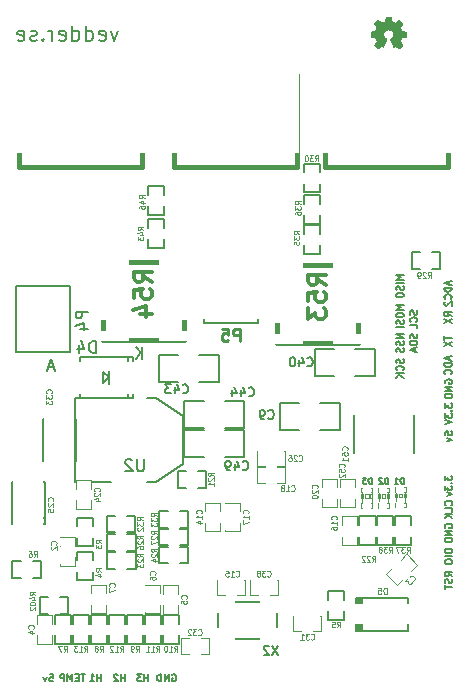
<source format=gbo>
G04 #@! TF.FileFunction,Legend,Bot*
%FSLAX46Y46*%
G04 Gerber Fmt 4.6, Leading zero omitted, Abs format (unit mm)*
G04 Created by KiCad (PCBNEW 4.0.1-stable) date 2016-02-08 6:25:09 PM*
%MOMM*%
G01*
G04 APERTURE LIST*
%ADD10C,0.150000*%
%ADD11C,0.152400*%
%ADD12C,0.381000*%
%ADD13C,0.127000*%
%ADD14C,0.200660*%
%ADD15C,0.002540*%
%ADD16C,0.066040*%
%ADD17C,0.101600*%
%ADD18C,0.119380*%
%ADD19C,0.203200*%
%ADD20C,0.304800*%
%ADD21C,0.190500*%
%ADD22C,0.250000*%
%ADD23C,0.114300*%
%ADD24C,1.300480*%
%ADD25R,3.500120X1.800860*%
%ADD26R,1.699260X1.198880*%
%ADD27O,1.699260X1.198880*%
%ADD28R,2.540000X5.588000*%
%ADD29R,2.540000X0.889000*%
%ADD30R,2.540000X1.699260*%
%ADD31R,1.800860X1.198880*%
%ADD32O,1.524000X3.048000*%
%ADD33C,4.064000*%
%ADD34R,2.499360X1.950720*%
%ADD35R,5.499100X1.849120*%
%ADD36R,0.797560X0.797560*%
%ADD37R,4.000000X5.000000*%
%ADD38R,10.800080X8.150860*%
%ADD39R,0.899160X3.200400*%
%ADD40R,1.143000X0.635000*%
%ADD41R,1.524000X2.032000*%
%ADD42R,0.635000X1.143000*%
%ADD43R,2.032000X3.657600*%
%ADD44R,2.032000X1.016000*%
%ADD45C,1.000000*%
%ADD46R,1.300000X1.300000*%
%ADD47C,1.300000*%
%ADD48C,0.254000*%
G04 APERTURE END LIST*
D10*
X112158429Y-109366143D02*
X111558429Y-109366143D01*
X112158429Y-109709000D01*
X111558429Y-109709000D01*
X112129857Y-109966143D02*
X112158429Y-110051857D01*
X112158429Y-110194714D01*
X112129857Y-110251857D01*
X112101286Y-110280428D01*
X112044143Y-110309000D01*
X111987000Y-110309000D01*
X111929857Y-110280428D01*
X111901286Y-110251857D01*
X111872714Y-110194714D01*
X111844143Y-110080428D01*
X111815571Y-110023286D01*
X111787000Y-109994714D01*
X111729857Y-109966143D01*
X111672714Y-109966143D01*
X111615571Y-109994714D01*
X111587000Y-110023286D01*
X111558429Y-110080428D01*
X111558429Y-110223286D01*
X111587000Y-110309000D01*
X112129857Y-110537572D02*
X112158429Y-110623286D01*
X112158429Y-110766143D01*
X112129857Y-110823286D01*
X112101286Y-110851857D01*
X112044143Y-110880429D01*
X111987000Y-110880429D01*
X111929857Y-110851857D01*
X111901286Y-110823286D01*
X111872714Y-110766143D01*
X111844143Y-110651857D01*
X111815571Y-110594715D01*
X111787000Y-110566143D01*
X111729857Y-110537572D01*
X111672714Y-110537572D01*
X111615571Y-110566143D01*
X111587000Y-110594715D01*
X111558429Y-110651857D01*
X111558429Y-110794715D01*
X111587000Y-110880429D01*
X112129857Y-111496572D02*
X112158429Y-111582286D01*
X112158429Y-111725143D01*
X112129857Y-111782286D01*
X112101286Y-111810857D01*
X112044143Y-111839429D01*
X111987000Y-111839429D01*
X111929857Y-111810857D01*
X111901286Y-111782286D01*
X111872714Y-111725143D01*
X111844143Y-111610857D01*
X111815571Y-111553715D01*
X111787000Y-111525143D01*
X111729857Y-111496572D01*
X111672714Y-111496572D01*
X111615571Y-111525143D01*
X111587000Y-111553715D01*
X111558429Y-111610857D01*
X111558429Y-111753715D01*
X111587000Y-111839429D01*
X112101286Y-112439429D02*
X112129857Y-112410858D01*
X112158429Y-112325144D01*
X112158429Y-112268001D01*
X112129857Y-112182286D01*
X112072714Y-112125144D01*
X112015571Y-112096572D01*
X111901286Y-112068001D01*
X111815571Y-112068001D01*
X111701286Y-112096572D01*
X111644143Y-112125144D01*
X111587000Y-112182286D01*
X111558429Y-112268001D01*
X111558429Y-112325144D01*
X111587000Y-112410858D01*
X111615571Y-112439429D01*
X112158429Y-112696572D02*
X111558429Y-112696572D01*
X112158429Y-113039429D02*
X111815571Y-112782286D01*
X111558429Y-113039429D02*
X111901286Y-112696572D01*
X112158429Y-106880143D02*
X111558429Y-106880143D01*
X111987000Y-107080143D01*
X111558429Y-107280143D01*
X112158429Y-107280143D01*
X111558429Y-107680143D02*
X111558429Y-107794429D01*
X111587000Y-107851571D01*
X111644143Y-107908714D01*
X111758429Y-107937286D01*
X111958429Y-107937286D01*
X112072714Y-107908714D01*
X112129857Y-107851571D01*
X112158429Y-107794429D01*
X112158429Y-107680143D01*
X112129857Y-107623000D01*
X112072714Y-107565857D01*
X111958429Y-107537286D01*
X111758429Y-107537286D01*
X111644143Y-107565857D01*
X111587000Y-107623000D01*
X111558429Y-107680143D01*
X112129857Y-108165857D02*
X112158429Y-108251571D01*
X112158429Y-108394428D01*
X112129857Y-108451571D01*
X112101286Y-108480142D01*
X112044143Y-108508714D01*
X111987000Y-108508714D01*
X111929857Y-108480142D01*
X111901286Y-108451571D01*
X111872714Y-108394428D01*
X111844143Y-108280142D01*
X111815571Y-108223000D01*
X111787000Y-108194428D01*
X111729857Y-108165857D01*
X111672714Y-108165857D01*
X111615571Y-108194428D01*
X111587000Y-108223000D01*
X111558429Y-108280142D01*
X111558429Y-108423000D01*
X111587000Y-108508714D01*
X112158429Y-108765857D02*
X111558429Y-108765857D01*
X112158429Y-104340143D02*
X111558429Y-104340143D01*
X111987000Y-104540143D01*
X111558429Y-104740143D01*
X112158429Y-104740143D01*
X112158429Y-105025857D02*
X111558429Y-105025857D01*
X112129857Y-105283000D02*
X112158429Y-105368714D01*
X112158429Y-105511571D01*
X112129857Y-105568714D01*
X112101286Y-105597285D01*
X112044143Y-105625857D01*
X111987000Y-105625857D01*
X111929857Y-105597285D01*
X111901286Y-105568714D01*
X111872714Y-105511571D01*
X111844143Y-105397285D01*
X111815571Y-105340143D01*
X111787000Y-105311571D01*
X111729857Y-105283000D01*
X111672714Y-105283000D01*
X111615571Y-105311571D01*
X111587000Y-105340143D01*
X111558429Y-105397285D01*
X111558429Y-105540143D01*
X111587000Y-105625857D01*
X111558429Y-105997286D02*
X111558429Y-106111572D01*
X111587000Y-106168714D01*
X111644143Y-106225857D01*
X111758429Y-106254429D01*
X111958429Y-106254429D01*
X112072714Y-106225857D01*
X112129857Y-106168714D01*
X112158429Y-106111572D01*
X112158429Y-105997286D01*
X112129857Y-105940143D01*
X112072714Y-105883000D01*
X111958429Y-105854429D01*
X111758429Y-105854429D01*
X111644143Y-105883000D01*
X111587000Y-105940143D01*
X111558429Y-105997286D01*
X116051000Y-104889429D02*
X116051000Y-105175143D01*
X116222429Y-104832286D02*
X115622429Y-105032286D01*
X116222429Y-105232286D01*
X116222429Y-105432286D02*
X115622429Y-105432286D01*
X115622429Y-105575143D01*
X115651000Y-105660858D01*
X115708143Y-105718000D01*
X115765286Y-105746572D01*
X115879571Y-105775143D01*
X115965286Y-105775143D01*
X116079571Y-105746572D01*
X116136714Y-105718000D01*
X116193857Y-105660858D01*
X116222429Y-105575143D01*
X116222429Y-105432286D01*
X116165286Y-106375143D02*
X116193857Y-106346572D01*
X116222429Y-106260858D01*
X116222429Y-106203715D01*
X116193857Y-106118000D01*
X116136714Y-106060858D01*
X116079571Y-106032286D01*
X115965286Y-106003715D01*
X115879571Y-106003715D01*
X115765286Y-106032286D01*
X115708143Y-106060858D01*
X115651000Y-106118000D01*
X115622429Y-106203715D01*
X115622429Y-106260858D01*
X115651000Y-106346572D01*
X115679571Y-106375143D01*
X115679571Y-106603715D02*
X115651000Y-106632286D01*
X115622429Y-106689429D01*
X115622429Y-106832286D01*
X115651000Y-106889429D01*
X115679571Y-106918000D01*
X115736714Y-106946572D01*
X115793857Y-106946572D01*
X115879571Y-106918000D01*
X116222429Y-106575143D01*
X116222429Y-106946572D01*
X113272857Y-109380429D02*
X113301429Y-109466143D01*
X113301429Y-109609000D01*
X113272857Y-109666143D01*
X113244286Y-109694714D01*
X113187143Y-109723286D01*
X113130000Y-109723286D01*
X113072857Y-109694714D01*
X113044286Y-109666143D01*
X113015714Y-109609000D01*
X112987143Y-109494714D01*
X112958571Y-109437572D01*
X112930000Y-109409000D01*
X112872857Y-109380429D01*
X112815714Y-109380429D01*
X112758571Y-109409000D01*
X112730000Y-109437572D01*
X112701429Y-109494714D01*
X112701429Y-109637572D01*
X112730000Y-109723286D01*
X113301429Y-109980429D02*
X112701429Y-109980429D01*
X112701429Y-110123286D01*
X112730000Y-110209001D01*
X112787143Y-110266143D01*
X112844286Y-110294715D01*
X112958571Y-110323286D01*
X113044286Y-110323286D01*
X113158571Y-110294715D01*
X113215714Y-110266143D01*
X113272857Y-110209001D01*
X113301429Y-110123286D01*
X113301429Y-109980429D01*
X113130000Y-110551858D02*
X113130000Y-110837572D01*
X113301429Y-110494715D02*
X112701429Y-110694715D01*
X113301429Y-110894715D01*
X115622429Y-109524857D02*
X115622429Y-109867714D01*
X116222429Y-109696285D02*
X115622429Y-109696285D01*
X115622429Y-110010571D02*
X116222429Y-110410571D01*
X115622429Y-110410571D02*
X116222429Y-110010571D01*
X113272857Y-107362715D02*
X113301429Y-107448429D01*
X113301429Y-107591286D01*
X113272857Y-107648429D01*
X113244286Y-107677000D01*
X113187143Y-107705572D01*
X113130000Y-107705572D01*
X113072857Y-107677000D01*
X113044286Y-107648429D01*
X113015714Y-107591286D01*
X112987143Y-107477000D01*
X112958571Y-107419858D01*
X112930000Y-107391286D01*
X112872857Y-107362715D01*
X112815714Y-107362715D01*
X112758571Y-107391286D01*
X112730000Y-107419858D01*
X112701429Y-107477000D01*
X112701429Y-107619858D01*
X112730000Y-107705572D01*
X113244286Y-108305572D02*
X113272857Y-108277001D01*
X113301429Y-108191287D01*
X113301429Y-108134144D01*
X113272857Y-108048429D01*
X113215714Y-107991287D01*
X113158571Y-107962715D01*
X113044286Y-107934144D01*
X112958571Y-107934144D01*
X112844286Y-107962715D01*
X112787143Y-107991287D01*
X112730000Y-108048429D01*
X112701429Y-108134144D01*
X112701429Y-108191287D01*
X112730000Y-108277001D01*
X112758571Y-108305572D01*
X113301429Y-108848429D02*
X113301429Y-108562715D01*
X112701429Y-108562715D01*
X116222429Y-107850000D02*
X115936714Y-107650000D01*
X116222429Y-107507143D02*
X115622429Y-107507143D01*
X115622429Y-107735715D01*
X115651000Y-107792857D01*
X115679571Y-107821429D01*
X115736714Y-107850000D01*
X115822429Y-107850000D01*
X115879571Y-107821429D01*
X115908143Y-107792857D01*
X115936714Y-107735715D01*
X115936714Y-107507143D01*
X115622429Y-108050000D02*
X116222429Y-108450000D01*
X115622429Y-108450000D02*
X116222429Y-108050000D01*
X116051000Y-111271143D02*
X116051000Y-111556857D01*
X116222429Y-111214000D02*
X115622429Y-111414000D01*
X116222429Y-111614000D01*
X116222429Y-111814000D02*
X115622429Y-111814000D01*
X115622429Y-111956857D01*
X115651000Y-112042572D01*
X115708143Y-112099714D01*
X115765286Y-112128286D01*
X115879571Y-112156857D01*
X115965286Y-112156857D01*
X116079571Y-112128286D01*
X116136714Y-112099714D01*
X116193857Y-112042572D01*
X116222429Y-111956857D01*
X116222429Y-111814000D01*
X116165286Y-112756857D02*
X116193857Y-112728286D01*
X116222429Y-112642572D01*
X116222429Y-112585429D01*
X116193857Y-112499714D01*
X116136714Y-112442572D01*
X116079571Y-112414000D01*
X115965286Y-112385429D01*
X115879571Y-112385429D01*
X115765286Y-112414000D01*
X115708143Y-112442572D01*
X115651000Y-112499714D01*
X115622429Y-112585429D01*
X115622429Y-112642572D01*
X115651000Y-112728286D01*
X115679571Y-112756857D01*
D11*
X87986808Y-83674857D02*
X87684427Y-84521524D01*
X87382047Y-83674857D01*
X86414428Y-84461048D02*
X86535380Y-84521524D01*
X86777285Y-84521524D01*
X86898237Y-84461048D01*
X86958713Y-84340095D01*
X86958713Y-83856286D01*
X86898237Y-83735333D01*
X86777285Y-83674857D01*
X86535380Y-83674857D01*
X86414428Y-83735333D01*
X86353951Y-83856286D01*
X86353951Y-83977238D01*
X86958713Y-84098190D01*
X85265380Y-84521524D02*
X85265380Y-83251524D01*
X85265380Y-84461048D02*
X85386333Y-84521524D01*
X85628237Y-84521524D01*
X85749190Y-84461048D01*
X85809666Y-84400571D01*
X85870142Y-84279619D01*
X85870142Y-83916762D01*
X85809666Y-83795810D01*
X85749190Y-83735333D01*
X85628237Y-83674857D01*
X85386333Y-83674857D01*
X85265380Y-83735333D01*
X84116332Y-84521524D02*
X84116332Y-83251524D01*
X84116332Y-84461048D02*
X84237285Y-84521524D01*
X84479189Y-84521524D01*
X84600142Y-84461048D01*
X84660618Y-84400571D01*
X84721094Y-84279619D01*
X84721094Y-83916762D01*
X84660618Y-83795810D01*
X84600142Y-83735333D01*
X84479189Y-83674857D01*
X84237285Y-83674857D01*
X84116332Y-83735333D01*
X83027761Y-84461048D02*
X83148713Y-84521524D01*
X83390618Y-84521524D01*
X83511570Y-84461048D01*
X83572046Y-84340095D01*
X83572046Y-83856286D01*
X83511570Y-83735333D01*
X83390618Y-83674857D01*
X83148713Y-83674857D01*
X83027761Y-83735333D01*
X82967284Y-83856286D01*
X82967284Y-83977238D01*
X83572046Y-84098190D01*
X82422999Y-84521524D02*
X82422999Y-83674857D01*
X82422999Y-83916762D02*
X82362523Y-83795810D01*
X82302047Y-83735333D01*
X82181094Y-83674857D01*
X82060142Y-83674857D01*
X81636809Y-84400571D02*
X81576333Y-84461048D01*
X81636809Y-84521524D01*
X81697285Y-84461048D01*
X81636809Y-84400571D01*
X81636809Y-84521524D01*
X81092523Y-84461048D02*
X80971571Y-84521524D01*
X80729666Y-84521524D01*
X80608714Y-84461048D01*
X80548238Y-84340095D01*
X80548238Y-84279619D01*
X80608714Y-84158667D01*
X80729666Y-84098190D01*
X80911095Y-84098190D01*
X81032047Y-84037714D01*
X81092523Y-83916762D01*
X81092523Y-83856286D01*
X81032047Y-83735333D01*
X80911095Y-83674857D01*
X80729666Y-83674857D01*
X80608714Y-83735333D01*
X79520143Y-84461048D02*
X79641095Y-84521524D01*
X79883000Y-84521524D01*
X80003952Y-84461048D01*
X80064428Y-84340095D01*
X80064428Y-83856286D01*
X80003952Y-83735333D01*
X79883000Y-83674857D01*
X79641095Y-83674857D01*
X79520143Y-83735333D01*
X79459666Y-83856286D01*
X79459666Y-83977238D01*
X80064428Y-84098190D01*
D10*
X115700000Y-113542858D02*
X115671429Y-113485715D01*
X115671429Y-113400001D01*
X115700000Y-113314286D01*
X115757143Y-113257144D01*
X115814286Y-113228572D01*
X115928571Y-113200001D01*
X116014286Y-113200001D01*
X116128571Y-113228572D01*
X116185714Y-113257144D01*
X116242857Y-113314286D01*
X116271429Y-113400001D01*
X116271429Y-113457144D01*
X116242857Y-113542858D01*
X116214286Y-113571429D01*
X116014286Y-113571429D01*
X116014286Y-113457144D01*
X116271429Y-113828572D02*
X115671429Y-113828572D01*
X116271429Y-114171429D01*
X115671429Y-114171429D01*
X116271429Y-114457143D02*
X115671429Y-114457143D01*
X115671429Y-114600000D01*
X115700000Y-114685715D01*
X115757143Y-114742857D01*
X115814286Y-114771429D01*
X115928571Y-114800000D01*
X116014286Y-114800000D01*
X116128571Y-114771429D01*
X116185714Y-114742857D01*
X116242857Y-114685715D01*
X116271429Y-114600000D01*
X116271429Y-114457143D01*
X115671429Y-115214285D02*
X115671429Y-115585714D01*
X115900000Y-115385714D01*
X115900000Y-115471428D01*
X115928571Y-115528571D01*
X115957143Y-115557142D01*
X116014286Y-115585714D01*
X116157143Y-115585714D01*
X116214286Y-115557142D01*
X116242857Y-115528571D01*
X116271429Y-115471428D01*
X116271429Y-115300000D01*
X116242857Y-115242857D01*
X116214286Y-115214285D01*
X116214286Y-115842857D02*
X116242857Y-115871429D01*
X116271429Y-115842857D01*
X116242857Y-115814286D01*
X116214286Y-115842857D01*
X116271429Y-115842857D01*
X115671429Y-116071428D02*
X115671429Y-116442857D01*
X115900000Y-116242857D01*
X115900000Y-116328571D01*
X115928571Y-116385714D01*
X115957143Y-116414285D01*
X116014286Y-116442857D01*
X116157143Y-116442857D01*
X116214286Y-116414285D01*
X116242857Y-116385714D01*
X116271429Y-116328571D01*
X116271429Y-116157143D01*
X116242857Y-116100000D01*
X116214286Y-116071428D01*
X115671429Y-116614286D02*
X116271429Y-116814286D01*
X115671429Y-117014286D01*
X115671429Y-117914285D02*
X115671429Y-117628571D01*
X115957143Y-117600000D01*
X115928571Y-117628571D01*
X115900000Y-117685714D01*
X115900000Y-117828571D01*
X115928571Y-117885714D01*
X115957143Y-117914285D01*
X116014286Y-117942857D01*
X116157143Y-117942857D01*
X116214286Y-117914285D01*
X116242857Y-117885714D01*
X116271429Y-117828571D01*
X116271429Y-117685714D01*
X116242857Y-117628571D01*
X116214286Y-117600000D01*
X115871429Y-118142857D02*
X116271429Y-118285714D01*
X115871429Y-118428572D01*
X116271429Y-129871428D02*
X115985714Y-129671428D01*
X116271429Y-129528571D02*
X115671429Y-129528571D01*
X115671429Y-129757143D01*
X115700000Y-129814285D01*
X115728571Y-129842857D01*
X115785714Y-129871428D01*
X115871429Y-129871428D01*
X115928571Y-129842857D01*
X115957143Y-129814285D01*
X115985714Y-129757143D01*
X115985714Y-129528571D01*
X116242857Y-130100000D02*
X116271429Y-130185714D01*
X116271429Y-130328571D01*
X116242857Y-130385714D01*
X116214286Y-130414285D01*
X116157143Y-130442857D01*
X116100000Y-130442857D01*
X116042857Y-130414285D01*
X116014286Y-130385714D01*
X115985714Y-130328571D01*
X115957143Y-130214285D01*
X115928571Y-130157143D01*
X115900000Y-130128571D01*
X115842857Y-130100000D01*
X115785714Y-130100000D01*
X115728571Y-130128571D01*
X115700000Y-130157143D01*
X115671429Y-130214285D01*
X115671429Y-130357143D01*
X115700000Y-130442857D01*
X115671429Y-130614286D02*
X115671429Y-130957143D01*
X116271429Y-130785714D02*
X115671429Y-130785714D01*
X116271429Y-127585715D02*
X115671429Y-127585715D01*
X115671429Y-127728572D01*
X115700000Y-127814287D01*
X115757143Y-127871429D01*
X115814286Y-127900001D01*
X115928571Y-127928572D01*
X116014286Y-127928572D01*
X116128571Y-127900001D01*
X116185714Y-127871429D01*
X116242857Y-127814287D01*
X116271429Y-127728572D01*
X116271429Y-127585715D01*
X116271429Y-128185715D02*
X115671429Y-128185715D01*
X115671429Y-128585715D02*
X115671429Y-128700001D01*
X115700000Y-128757143D01*
X115757143Y-128814286D01*
X115871429Y-128842858D01*
X116071429Y-128842858D01*
X116185714Y-128814286D01*
X116242857Y-128757143D01*
X116271429Y-128700001D01*
X116271429Y-128585715D01*
X116242857Y-128528572D01*
X116185714Y-128471429D01*
X116071429Y-128442858D01*
X115871429Y-128442858D01*
X115757143Y-128471429D01*
X115700000Y-128528572D01*
X115671429Y-128585715D01*
X115700000Y-125742858D02*
X115671429Y-125685715D01*
X115671429Y-125600001D01*
X115700000Y-125514286D01*
X115757143Y-125457144D01*
X115814286Y-125428572D01*
X115928571Y-125400001D01*
X116014286Y-125400001D01*
X116128571Y-125428572D01*
X116185714Y-125457144D01*
X116242857Y-125514286D01*
X116271429Y-125600001D01*
X116271429Y-125657144D01*
X116242857Y-125742858D01*
X116214286Y-125771429D01*
X116014286Y-125771429D01*
X116014286Y-125657144D01*
X116271429Y-126028572D02*
X115671429Y-126028572D01*
X116271429Y-126371429D01*
X115671429Y-126371429D01*
X116271429Y-126657143D02*
X115671429Y-126657143D01*
X115671429Y-126800000D01*
X115700000Y-126885715D01*
X115757143Y-126942857D01*
X115814286Y-126971429D01*
X115928571Y-127000000D01*
X116014286Y-127000000D01*
X116128571Y-126971429D01*
X116185714Y-126942857D01*
X116242857Y-126885715D01*
X116271429Y-126800000D01*
X116271429Y-126657143D01*
X116214286Y-123842857D02*
X116242857Y-123814286D01*
X116271429Y-123728572D01*
X116271429Y-123671429D01*
X116242857Y-123585714D01*
X116185714Y-123528572D01*
X116128571Y-123500000D01*
X116014286Y-123471429D01*
X115928571Y-123471429D01*
X115814286Y-123500000D01*
X115757143Y-123528572D01*
X115700000Y-123585714D01*
X115671429Y-123671429D01*
X115671429Y-123728572D01*
X115700000Y-123814286D01*
X115728571Y-123842857D01*
X116271429Y-124385714D02*
X116271429Y-124100000D01*
X115671429Y-124100000D01*
X116271429Y-124585714D02*
X115671429Y-124585714D01*
X116271429Y-124928571D02*
X115928571Y-124671428D01*
X115671429Y-124928571D02*
X116014286Y-124585714D01*
X115671429Y-121342857D02*
X115671429Y-121714286D01*
X115900000Y-121514286D01*
X115900000Y-121600000D01*
X115928571Y-121657143D01*
X115957143Y-121685714D01*
X116014286Y-121714286D01*
X116157143Y-121714286D01*
X116214286Y-121685714D01*
X116242857Y-121657143D01*
X116271429Y-121600000D01*
X116271429Y-121428572D01*
X116242857Y-121371429D01*
X116214286Y-121342857D01*
X116214286Y-121971429D02*
X116242857Y-122000001D01*
X116271429Y-121971429D01*
X116242857Y-121942858D01*
X116214286Y-121971429D01*
X116271429Y-121971429D01*
X115671429Y-122200000D02*
X115671429Y-122571429D01*
X115900000Y-122371429D01*
X115900000Y-122457143D01*
X115928571Y-122514286D01*
X115957143Y-122542857D01*
X116014286Y-122571429D01*
X116157143Y-122571429D01*
X116214286Y-122542857D01*
X116242857Y-122514286D01*
X116271429Y-122457143D01*
X116271429Y-122285715D01*
X116242857Y-122228572D01*
X116214286Y-122200000D01*
X115871429Y-122771429D02*
X116271429Y-122914286D01*
X115871429Y-123057144D01*
X82185715Y-138171429D02*
X82471429Y-138171429D01*
X82500000Y-138457143D01*
X82471429Y-138428571D01*
X82414286Y-138400000D01*
X82271429Y-138400000D01*
X82214286Y-138428571D01*
X82185715Y-138457143D01*
X82157143Y-138514286D01*
X82157143Y-138657143D01*
X82185715Y-138714286D01*
X82214286Y-138742857D01*
X82271429Y-138771429D01*
X82414286Y-138771429D01*
X82471429Y-138742857D01*
X82500000Y-138714286D01*
X81957143Y-138371429D02*
X81814286Y-138771429D01*
X81671428Y-138371429D01*
X85185714Y-138171429D02*
X84842857Y-138171429D01*
X85014286Y-138771429D02*
X85014286Y-138171429D01*
X84642857Y-138457143D02*
X84442857Y-138457143D01*
X84357143Y-138771429D02*
X84642857Y-138771429D01*
X84642857Y-138171429D01*
X84357143Y-138171429D01*
X84100000Y-138771429D02*
X84100000Y-138171429D01*
X83900000Y-138600000D01*
X83700000Y-138171429D01*
X83700000Y-138771429D01*
X83414286Y-138771429D02*
X83414286Y-138171429D01*
X83185714Y-138171429D01*
X83128572Y-138200000D01*
X83100000Y-138228571D01*
X83071429Y-138285714D01*
X83071429Y-138371429D01*
X83100000Y-138428571D01*
X83128572Y-138457143D01*
X83185714Y-138485714D01*
X83414286Y-138485714D01*
X86557143Y-138771429D02*
X86557143Y-138171429D01*
X86557143Y-138457143D02*
X86214286Y-138457143D01*
X86214286Y-138771429D02*
X86214286Y-138171429D01*
X85614286Y-138771429D02*
X85957143Y-138771429D01*
X85785715Y-138771429D02*
X85785715Y-138171429D01*
X85842858Y-138257143D01*
X85900000Y-138314286D01*
X85957143Y-138342857D01*
X88557143Y-138771429D02*
X88557143Y-138171429D01*
X88557143Y-138457143D02*
X88214286Y-138457143D01*
X88214286Y-138771429D02*
X88214286Y-138171429D01*
X87957143Y-138228571D02*
X87928572Y-138200000D01*
X87871429Y-138171429D01*
X87728572Y-138171429D01*
X87671429Y-138200000D01*
X87642858Y-138228571D01*
X87614286Y-138285714D01*
X87614286Y-138342857D01*
X87642858Y-138428571D01*
X87985715Y-138771429D01*
X87614286Y-138771429D01*
X90557143Y-138771429D02*
X90557143Y-138171429D01*
X90557143Y-138457143D02*
X90214286Y-138457143D01*
X90214286Y-138771429D02*
X90214286Y-138171429D01*
X89985715Y-138171429D02*
X89614286Y-138171429D01*
X89814286Y-138400000D01*
X89728572Y-138400000D01*
X89671429Y-138428571D01*
X89642858Y-138457143D01*
X89614286Y-138514286D01*
X89614286Y-138657143D01*
X89642858Y-138714286D01*
X89671429Y-138742857D01*
X89728572Y-138771429D01*
X89900000Y-138771429D01*
X89957143Y-138742857D01*
X89985715Y-138714286D01*
X92557142Y-138200000D02*
X92614285Y-138171429D01*
X92699999Y-138171429D01*
X92785714Y-138200000D01*
X92842856Y-138257143D01*
X92871428Y-138314286D01*
X92899999Y-138428571D01*
X92899999Y-138514286D01*
X92871428Y-138628571D01*
X92842856Y-138685714D01*
X92785714Y-138742857D01*
X92699999Y-138771429D01*
X92642856Y-138771429D01*
X92557142Y-138742857D01*
X92528571Y-138714286D01*
X92528571Y-138514286D01*
X92642856Y-138514286D01*
X92271428Y-138771429D02*
X92271428Y-138171429D01*
X91928571Y-138771429D01*
X91928571Y-138171429D01*
X91642857Y-138771429D02*
X91642857Y-138171429D01*
X91500000Y-138171429D01*
X91414285Y-138200000D01*
X91357143Y-138257143D01*
X91328571Y-138314286D01*
X91300000Y-138428571D01*
X91300000Y-138514286D01*
X91328571Y-138628571D01*
X91357143Y-138685714D01*
X91414285Y-138742857D01*
X91500000Y-138771429D01*
X91642857Y-138771429D01*
X87245000Y-113030000D02*
X86695000Y-112580000D01*
X86695000Y-112580000D02*
X86695000Y-113480000D01*
X86695000Y-113480000D02*
X87245000Y-113030000D01*
X87245000Y-112480000D02*
X87245000Y-113580000D01*
X88794140Y-114780060D02*
X88794140Y-114429540D01*
X88794140Y-111279940D02*
X88794140Y-111630460D01*
X84744560Y-114780060D02*
X84744560Y-114429540D01*
X89245440Y-114780060D02*
X89245440Y-114429540D01*
X89245440Y-111279940D02*
X89245440Y-111630460D01*
X84744560Y-111279940D02*
X84744560Y-111630460D01*
X89245440Y-114780060D02*
X84744560Y-114780060D01*
X89245440Y-111279940D02*
X84744560Y-111279940D01*
D12*
X101473000Y-110109000D02*
X101473000Y-103505000D01*
X101473000Y-103505000D02*
X108331000Y-103505000D01*
X108331000Y-103505000D02*
X108331000Y-110109000D01*
X108331000Y-110109000D02*
X101473000Y-110109000D01*
X86741000Y-109855000D02*
X86741000Y-103251000D01*
X86741000Y-103251000D02*
X93599000Y-103251000D01*
X93599000Y-103251000D02*
X93599000Y-109855000D01*
X93599000Y-109855000D02*
X86741000Y-109855000D01*
D13*
X108262420Y-134495540D02*
X108262420Y-131696460D01*
X108364020Y-131696460D02*
X108364020Y-134495540D01*
X108463080Y-134495540D02*
X108463080Y-131696460D01*
X108562140Y-131696460D02*
X108562140Y-134495540D01*
X108663740Y-131696460D02*
X108663740Y-134495540D01*
X108163360Y-131696460D02*
X112562640Y-131696460D01*
X112562640Y-131696460D02*
X112562640Y-134495540D01*
X112562640Y-134495540D02*
X108163360Y-134495540D01*
X108163360Y-134495540D02*
X108163360Y-131696460D01*
D14*
X96433640Y-135204200D02*
X101432360Y-135204200D01*
X101432360Y-135204200D02*
X101432360Y-132003800D01*
X101432360Y-132003800D02*
X96433640Y-132003800D01*
X96433640Y-132003800D02*
X96433640Y-135204200D01*
D15*
G36*
X111780320Y-85166200D02*
X111762540Y-85158580D01*
X111729520Y-85135720D01*
X111678720Y-85102700D01*
X111620300Y-85064600D01*
X111559340Y-85023960D01*
X111511080Y-84990940D01*
X111475520Y-84968080D01*
X111462820Y-84960460D01*
X111455200Y-84963000D01*
X111427260Y-84978240D01*
X111386620Y-84998560D01*
X111361220Y-85011260D01*
X111323120Y-85026500D01*
X111305340Y-85031580D01*
X111302800Y-85026500D01*
X111287560Y-84996020D01*
X111267240Y-84947760D01*
X111239300Y-84881720D01*
X111206280Y-84805520D01*
X111170720Y-84724240D01*
X111137700Y-84640420D01*
X111104680Y-84561680D01*
X111074200Y-84488020D01*
X111051340Y-84429600D01*
X111036100Y-84388960D01*
X111028480Y-84371180D01*
X111031020Y-84368640D01*
X111048800Y-84350860D01*
X111081820Y-84325460D01*
X111152940Y-84267040D01*
X111224060Y-84180680D01*
X111267240Y-84081620D01*
X111279940Y-83969860D01*
X111269780Y-83868260D01*
X111229140Y-83771740D01*
X111160560Y-83682840D01*
X111076740Y-83616800D01*
X110980220Y-83576160D01*
X110871000Y-83563460D01*
X110766860Y-83573620D01*
X110667800Y-83614260D01*
X110578900Y-83680300D01*
X110540800Y-83723480D01*
X110490000Y-83814920D01*
X110459520Y-83908900D01*
X110456980Y-83931760D01*
X110462060Y-84038440D01*
X110492540Y-84140040D01*
X110548420Y-84228940D01*
X110624620Y-84302600D01*
X110634780Y-84310220D01*
X110670340Y-84338160D01*
X110695740Y-84355940D01*
X110713520Y-84371180D01*
X110578900Y-84693760D01*
X110558580Y-84744560D01*
X110520480Y-84833460D01*
X110490000Y-84909660D01*
X110462060Y-84970620D01*
X110444280Y-85011260D01*
X110436660Y-85026500D01*
X110436660Y-85026500D01*
X110423960Y-85029040D01*
X110401100Y-85021420D01*
X110355380Y-84998560D01*
X110324900Y-84983320D01*
X110291880Y-84968080D01*
X110276640Y-84960460D01*
X110261400Y-84968080D01*
X110228380Y-84988400D01*
X110182660Y-85021420D01*
X110124240Y-85059520D01*
X110068360Y-85097620D01*
X110017560Y-85130640D01*
X109982000Y-85156040D01*
X109964220Y-85163660D01*
X109961680Y-85163660D01*
X109943900Y-85156040D01*
X109915960Y-85130640D01*
X109872780Y-85090000D01*
X109809280Y-85029040D01*
X109799120Y-85018880D01*
X109748320Y-84968080D01*
X109707680Y-84922360D01*
X109679740Y-84891880D01*
X109669580Y-84879180D01*
X109669580Y-84879180D01*
X109679740Y-84861400D01*
X109702600Y-84823300D01*
X109735620Y-84772500D01*
X109776260Y-84711540D01*
X109882940Y-84556600D01*
X109824520Y-84411820D01*
X109806740Y-84366100D01*
X109783880Y-84310220D01*
X109766100Y-84272120D01*
X109758480Y-84254340D01*
X109740700Y-84249260D01*
X109702600Y-84239100D01*
X109644180Y-84228940D01*
X109573060Y-84216240D01*
X109507020Y-84203540D01*
X109448600Y-84190840D01*
X109405420Y-84183220D01*
X109385100Y-84180680D01*
X109380020Y-84175600D01*
X109377480Y-84167980D01*
X109374940Y-84147660D01*
X109372400Y-84109560D01*
X109372400Y-84053680D01*
X109372400Y-83969860D01*
X109372400Y-83962240D01*
X109372400Y-83883500D01*
X109374940Y-83820000D01*
X109377480Y-83781900D01*
X109380020Y-83764120D01*
X109380020Y-83764120D01*
X109397800Y-83759040D01*
X109440980Y-83751420D01*
X109499400Y-83738720D01*
X109570520Y-83726020D01*
X109575600Y-83726020D01*
X109646720Y-83710780D01*
X109705140Y-83698080D01*
X109748320Y-83690460D01*
X109766100Y-83682840D01*
X109768640Y-83677760D01*
X109783880Y-83649820D01*
X109804200Y-83606640D01*
X109827060Y-83553300D01*
X109849920Y-83497420D01*
X109870240Y-83446620D01*
X109882940Y-83411060D01*
X109888020Y-83393280D01*
X109888020Y-83393280D01*
X109877860Y-83375500D01*
X109852460Y-83339940D01*
X109816900Y-83289140D01*
X109776260Y-83228180D01*
X109773720Y-83223100D01*
X109733080Y-83162140D01*
X109700060Y-83111340D01*
X109677200Y-83075780D01*
X109669580Y-83060540D01*
X109669580Y-83058000D01*
X109682280Y-83040220D01*
X109712760Y-83007200D01*
X109758480Y-82961480D01*
X109809280Y-82908140D01*
X109827060Y-82892900D01*
X109885480Y-82834480D01*
X109926120Y-82798920D01*
X109951520Y-82778600D01*
X109961680Y-82773520D01*
X109964220Y-82773520D01*
X109982000Y-82783680D01*
X110020100Y-82809080D01*
X110070900Y-82844640D01*
X110131860Y-82885280D01*
X110134400Y-82887820D01*
X110195360Y-82928460D01*
X110246160Y-82964020D01*
X110281720Y-82986880D01*
X110296960Y-82994500D01*
X110299500Y-82994500D01*
X110322360Y-82989420D01*
X110365540Y-82974180D01*
X110418880Y-82953860D01*
X110474760Y-82931000D01*
X110525560Y-82910680D01*
X110561120Y-82892900D01*
X110578900Y-82882740D01*
X110581440Y-82882740D01*
X110586520Y-82859880D01*
X110596680Y-82814160D01*
X110609380Y-82753200D01*
X110624620Y-82679540D01*
X110627160Y-82669380D01*
X110639860Y-82595720D01*
X110650020Y-82537300D01*
X110660180Y-82496660D01*
X110662720Y-82478880D01*
X110672880Y-82478880D01*
X110708440Y-82476340D01*
X110761780Y-82473800D01*
X110827820Y-82473800D01*
X110893860Y-82473800D01*
X110959900Y-82473800D01*
X111015780Y-82476340D01*
X111056420Y-82478880D01*
X111074200Y-82483960D01*
X111074200Y-82483960D01*
X111079280Y-82506820D01*
X111089440Y-82550000D01*
X111102140Y-82613500D01*
X111117380Y-82687160D01*
X111119920Y-82699860D01*
X111132620Y-82770980D01*
X111145320Y-82829400D01*
X111152940Y-82870040D01*
X111158020Y-82885280D01*
X111163100Y-82887820D01*
X111193580Y-82903060D01*
X111241840Y-82920840D01*
X111300260Y-82946240D01*
X111437420Y-83002120D01*
X111605060Y-82885280D01*
X111620300Y-82875120D01*
X111681260Y-82834480D01*
X111732060Y-82801460D01*
X111767620Y-82778600D01*
X111780320Y-82770980D01*
X111782860Y-82770980D01*
X111798100Y-82786220D01*
X111831120Y-82816700D01*
X111876840Y-82862420D01*
X111930180Y-82913220D01*
X111970820Y-82953860D01*
X112016540Y-82999580D01*
X112044480Y-83032600D01*
X112062260Y-83052920D01*
X112067340Y-83065620D01*
X112064800Y-83073240D01*
X112054640Y-83091020D01*
X112029240Y-83126580D01*
X111996220Y-83179920D01*
X111955580Y-83238340D01*
X111920020Y-83289140D01*
X111884460Y-83345020D01*
X111861600Y-83385660D01*
X111851440Y-83403440D01*
X111853980Y-83413600D01*
X111866680Y-83446620D01*
X111887000Y-83494880D01*
X111912400Y-83555840D01*
X111970820Y-83687920D01*
X112057180Y-83705700D01*
X112110520Y-83715860D01*
X112184180Y-83728560D01*
X112255300Y-83743800D01*
X112367060Y-83764120D01*
X112369600Y-84167980D01*
X112351820Y-84175600D01*
X112336580Y-84180680D01*
X112295940Y-84190840D01*
X112237520Y-84201000D01*
X112168940Y-84213700D01*
X112107980Y-84226400D01*
X112049560Y-84236560D01*
X112006380Y-84244180D01*
X111988600Y-84249260D01*
X111983520Y-84254340D01*
X111968280Y-84284820D01*
X111947960Y-84330540D01*
X111925100Y-84383880D01*
X111899700Y-84442300D01*
X111879380Y-84493100D01*
X111864140Y-84533740D01*
X111859060Y-84554060D01*
X111866680Y-84569300D01*
X111889540Y-84604860D01*
X111922560Y-84655660D01*
X111963200Y-84714080D01*
X112003840Y-84772500D01*
X112036860Y-84823300D01*
X112062260Y-84858860D01*
X112069880Y-84876640D01*
X112064800Y-84886800D01*
X112041940Y-84914740D01*
X111998760Y-84960460D01*
X111932720Y-85026500D01*
X111920020Y-85036660D01*
X111869220Y-85087460D01*
X111823500Y-85128100D01*
X111793020Y-85156040D01*
X111780320Y-85166200D01*
X111780320Y-85166200D01*
G37*
X111780320Y-85166200D02*
X111762540Y-85158580D01*
X111729520Y-85135720D01*
X111678720Y-85102700D01*
X111620300Y-85064600D01*
X111559340Y-85023960D01*
X111511080Y-84990940D01*
X111475520Y-84968080D01*
X111462820Y-84960460D01*
X111455200Y-84963000D01*
X111427260Y-84978240D01*
X111386620Y-84998560D01*
X111361220Y-85011260D01*
X111323120Y-85026500D01*
X111305340Y-85031580D01*
X111302800Y-85026500D01*
X111287560Y-84996020D01*
X111267240Y-84947760D01*
X111239300Y-84881720D01*
X111206280Y-84805520D01*
X111170720Y-84724240D01*
X111137700Y-84640420D01*
X111104680Y-84561680D01*
X111074200Y-84488020D01*
X111051340Y-84429600D01*
X111036100Y-84388960D01*
X111028480Y-84371180D01*
X111031020Y-84368640D01*
X111048800Y-84350860D01*
X111081820Y-84325460D01*
X111152940Y-84267040D01*
X111224060Y-84180680D01*
X111267240Y-84081620D01*
X111279940Y-83969860D01*
X111269780Y-83868260D01*
X111229140Y-83771740D01*
X111160560Y-83682840D01*
X111076740Y-83616800D01*
X110980220Y-83576160D01*
X110871000Y-83563460D01*
X110766860Y-83573620D01*
X110667800Y-83614260D01*
X110578900Y-83680300D01*
X110540800Y-83723480D01*
X110490000Y-83814920D01*
X110459520Y-83908900D01*
X110456980Y-83931760D01*
X110462060Y-84038440D01*
X110492540Y-84140040D01*
X110548420Y-84228940D01*
X110624620Y-84302600D01*
X110634780Y-84310220D01*
X110670340Y-84338160D01*
X110695740Y-84355940D01*
X110713520Y-84371180D01*
X110578900Y-84693760D01*
X110558580Y-84744560D01*
X110520480Y-84833460D01*
X110490000Y-84909660D01*
X110462060Y-84970620D01*
X110444280Y-85011260D01*
X110436660Y-85026500D01*
X110436660Y-85026500D01*
X110423960Y-85029040D01*
X110401100Y-85021420D01*
X110355380Y-84998560D01*
X110324900Y-84983320D01*
X110291880Y-84968080D01*
X110276640Y-84960460D01*
X110261400Y-84968080D01*
X110228380Y-84988400D01*
X110182660Y-85021420D01*
X110124240Y-85059520D01*
X110068360Y-85097620D01*
X110017560Y-85130640D01*
X109982000Y-85156040D01*
X109964220Y-85163660D01*
X109961680Y-85163660D01*
X109943900Y-85156040D01*
X109915960Y-85130640D01*
X109872780Y-85090000D01*
X109809280Y-85029040D01*
X109799120Y-85018880D01*
X109748320Y-84968080D01*
X109707680Y-84922360D01*
X109679740Y-84891880D01*
X109669580Y-84879180D01*
X109669580Y-84879180D01*
X109679740Y-84861400D01*
X109702600Y-84823300D01*
X109735620Y-84772500D01*
X109776260Y-84711540D01*
X109882940Y-84556600D01*
X109824520Y-84411820D01*
X109806740Y-84366100D01*
X109783880Y-84310220D01*
X109766100Y-84272120D01*
X109758480Y-84254340D01*
X109740700Y-84249260D01*
X109702600Y-84239100D01*
X109644180Y-84228940D01*
X109573060Y-84216240D01*
X109507020Y-84203540D01*
X109448600Y-84190840D01*
X109405420Y-84183220D01*
X109385100Y-84180680D01*
X109380020Y-84175600D01*
X109377480Y-84167980D01*
X109374940Y-84147660D01*
X109372400Y-84109560D01*
X109372400Y-84053680D01*
X109372400Y-83969860D01*
X109372400Y-83962240D01*
X109372400Y-83883500D01*
X109374940Y-83820000D01*
X109377480Y-83781900D01*
X109380020Y-83764120D01*
X109380020Y-83764120D01*
X109397800Y-83759040D01*
X109440980Y-83751420D01*
X109499400Y-83738720D01*
X109570520Y-83726020D01*
X109575600Y-83726020D01*
X109646720Y-83710780D01*
X109705140Y-83698080D01*
X109748320Y-83690460D01*
X109766100Y-83682840D01*
X109768640Y-83677760D01*
X109783880Y-83649820D01*
X109804200Y-83606640D01*
X109827060Y-83553300D01*
X109849920Y-83497420D01*
X109870240Y-83446620D01*
X109882940Y-83411060D01*
X109888020Y-83393280D01*
X109888020Y-83393280D01*
X109877860Y-83375500D01*
X109852460Y-83339940D01*
X109816900Y-83289140D01*
X109776260Y-83228180D01*
X109773720Y-83223100D01*
X109733080Y-83162140D01*
X109700060Y-83111340D01*
X109677200Y-83075780D01*
X109669580Y-83060540D01*
X109669580Y-83058000D01*
X109682280Y-83040220D01*
X109712760Y-83007200D01*
X109758480Y-82961480D01*
X109809280Y-82908140D01*
X109827060Y-82892900D01*
X109885480Y-82834480D01*
X109926120Y-82798920D01*
X109951520Y-82778600D01*
X109961680Y-82773520D01*
X109964220Y-82773520D01*
X109982000Y-82783680D01*
X110020100Y-82809080D01*
X110070900Y-82844640D01*
X110131860Y-82885280D01*
X110134400Y-82887820D01*
X110195360Y-82928460D01*
X110246160Y-82964020D01*
X110281720Y-82986880D01*
X110296960Y-82994500D01*
X110299500Y-82994500D01*
X110322360Y-82989420D01*
X110365540Y-82974180D01*
X110418880Y-82953860D01*
X110474760Y-82931000D01*
X110525560Y-82910680D01*
X110561120Y-82892900D01*
X110578900Y-82882740D01*
X110581440Y-82882740D01*
X110586520Y-82859880D01*
X110596680Y-82814160D01*
X110609380Y-82753200D01*
X110624620Y-82679540D01*
X110627160Y-82669380D01*
X110639860Y-82595720D01*
X110650020Y-82537300D01*
X110660180Y-82496660D01*
X110662720Y-82478880D01*
X110672880Y-82478880D01*
X110708440Y-82476340D01*
X110761780Y-82473800D01*
X110827820Y-82473800D01*
X110893860Y-82473800D01*
X110959900Y-82473800D01*
X111015780Y-82476340D01*
X111056420Y-82478880D01*
X111074200Y-82483960D01*
X111074200Y-82483960D01*
X111079280Y-82506820D01*
X111089440Y-82550000D01*
X111102140Y-82613500D01*
X111117380Y-82687160D01*
X111119920Y-82699860D01*
X111132620Y-82770980D01*
X111145320Y-82829400D01*
X111152940Y-82870040D01*
X111158020Y-82885280D01*
X111163100Y-82887820D01*
X111193580Y-82903060D01*
X111241840Y-82920840D01*
X111300260Y-82946240D01*
X111437420Y-83002120D01*
X111605060Y-82885280D01*
X111620300Y-82875120D01*
X111681260Y-82834480D01*
X111732060Y-82801460D01*
X111767620Y-82778600D01*
X111780320Y-82770980D01*
X111782860Y-82770980D01*
X111798100Y-82786220D01*
X111831120Y-82816700D01*
X111876840Y-82862420D01*
X111930180Y-82913220D01*
X111970820Y-82953860D01*
X112016540Y-82999580D01*
X112044480Y-83032600D01*
X112062260Y-83052920D01*
X112067340Y-83065620D01*
X112064800Y-83073240D01*
X112054640Y-83091020D01*
X112029240Y-83126580D01*
X111996220Y-83179920D01*
X111955580Y-83238340D01*
X111920020Y-83289140D01*
X111884460Y-83345020D01*
X111861600Y-83385660D01*
X111851440Y-83403440D01*
X111853980Y-83413600D01*
X111866680Y-83446620D01*
X111887000Y-83494880D01*
X111912400Y-83555840D01*
X111970820Y-83687920D01*
X112057180Y-83705700D01*
X112110520Y-83715860D01*
X112184180Y-83728560D01*
X112255300Y-83743800D01*
X112367060Y-83764120D01*
X112369600Y-84167980D01*
X112351820Y-84175600D01*
X112336580Y-84180680D01*
X112295940Y-84190840D01*
X112237520Y-84201000D01*
X112168940Y-84213700D01*
X112107980Y-84226400D01*
X112049560Y-84236560D01*
X112006380Y-84244180D01*
X111988600Y-84249260D01*
X111983520Y-84254340D01*
X111968280Y-84284820D01*
X111947960Y-84330540D01*
X111925100Y-84383880D01*
X111899700Y-84442300D01*
X111879380Y-84493100D01*
X111864140Y-84533740D01*
X111859060Y-84554060D01*
X111866680Y-84569300D01*
X111889540Y-84604860D01*
X111922560Y-84655660D01*
X111963200Y-84714080D01*
X112003840Y-84772500D01*
X112036860Y-84823300D01*
X112062260Y-84858860D01*
X112069880Y-84876640D01*
X112064800Y-84886800D01*
X112041940Y-84914740D01*
X111998760Y-84960460D01*
X111932720Y-85026500D01*
X111920020Y-85036660D01*
X111869220Y-85087460D01*
X111823500Y-85128100D01*
X111793020Y-85156040D01*
X111780320Y-85166200D01*
D13*
X78994000Y-124904500D02*
X81788000Y-124904500D01*
X78994000Y-125476000D02*
X78994000Y-121920000D01*
X78994000Y-121920000D02*
X81788000Y-121920000D01*
X81788000Y-121920000D02*
X81788000Y-125476000D01*
X81788000Y-125476000D02*
X78994000Y-125476000D01*
X84397000Y-117093500D02*
X81603000Y-117093500D01*
X84397000Y-116522000D02*
X84397000Y-120078000D01*
X84397000Y-120078000D02*
X81603000Y-120078000D01*
X81603000Y-120078000D02*
X81603000Y-116522000D01*
X81603000Y-116522000D02*
X84397000Y-116522000D01*
X107950000Y-120015000D02*
X113030000Y-120015000D01*
X107950000Y-115697000D02*
X113030000Y-115697000D01*
X107950000Y-115062000D02*
X107950000Y-120650000D01*
X107950000Y-120650000D02*
X113030000Y-120650000D01*
X113030000Y-120650000D02*
X113030000Y-115062000D01*
X113030000Y-115062000D02*
X107950000Y-115062000D01*
D16*
X112336580Y-122740420D02*
X111437420Y-122740420D01*
X111437420Y-122740420D02*
X111437420Y-122341640D01*
X112336580Y-122341640D02*
X111437420Y-122341640D01*
X112336580Y-122740420D02*
X112336580Y-122341640D01*
X112336580Y-124038360D02*
X111437420Y-124038360D01*
X111437420Y-124038360D02*
X111437420Y-123639580D01*
X112336580Y-123639580D02*
X111437420Y-123639580D01*
X112336580Y-124038360D02*
X112336580Y-123639580D01*
X112336580Y-123190000D02*
X112186720Y-123190000D01*
X112186720Y-123190000D02*
X112186720Y-122890280D01*
X112336580Y-122890280D02*
X112186720Y-122890280D01*
X112336580Y-123190000D02*
X112336580Y-122890280D01*
X111587280Y-123190000D02*
X111437420Y-123190000D01*
X111437420Y-123190000D02*
X111437420Y-122890280D01*
X111587280Y-122890280D02*
X111437420Y-122890280D01*
X111587280Y-123190000D02*
X111587280Y-122890280D01*
X112036860Y-123190000D02*
X111737140Y-123190000D01*
X111737140Y-123190000D02*
X111737140Y-122890280D01*
X112036860Y-122890280D02*
X111737140Y-122890280D01*
X112036860Y-123190000D02*
X112036860Y-122890280D01*
D17*
X112285780Y-122740420D02*
X112285780Y-123639580D01*
X111488220Y-122740420D02*
X111488220Y-123639580D01*
D16*
X110899580Y-122750420D02*
X110000420Y-122750420D01*
X110000420Y-122750420D02*
X110000420Y-122351640D01*
X110899580Y-122351640D02*
X110000420Y-122351640D01*
X110899580Y-122750420D02*
X110899580Y-122351640D01*
X110899580Y-124048360D02*
X110000420Y-124048360D01*
X110000420Y-124048360D02*
X110000420Y-123649580D01*
X110899580Y-123649580D02*
X110000420Y-123649580D01*
X110899580Y-124048360D02*
X110899580Y-123649580D01*
X110899580Y-123200000D02*
X110749720Y-123200000D01*
X110749720Y-123200000D02*
X110749720Y-122900280D01*
X110899580Y-122900280D02*
X110749720Y-122900280D01*
X110899580Y-123200000D02*
X110899580Y-122900280D01*
X110150280Y-123200000D02*
X110000420Y-123200000D01*
X110000420Y-123200000D02*
X110000420Y-122900280D01*
X110150280Y-122900280D02*
X110000420Y-122900280D01*
X110150280Y-123200000D02*
X110150280Y-122900280D01*
X110599860Y-123200000D02*
X110300140Y-123200000D01*
X110300140Y-123200000D02*
X110300140Y-122900280D01*
X110599860Y-122900280D02*
X110300140Y-122900280D01*
X110599860Y-123200000D02*
X110599860Y-122900280D01*
D17*
X110848780Y-122750420D02*
X110848780Y-123649580D01*
X110051220Y-122750420D02*
X110051220Y-123649580D01*
D16*
X109499580Y-122750420D02*
X108600420Y-122750420D01*
X108600420Y-122750420D02*
X108600420Y-122351640D01*
X109499580Y-122351640D02*
X108600420Y-122351640D01*
X109499580Y-122750420D02*
X109499580Y-122351640D01*
X109499580Y-124048360D02*
X108600420Y-124048360D01*
X108600420Y-124048360D02*
X108600420Y-123649580D01*
X109499580Y-123649580D02*
X108600420Y-123649580D01*
X109499580Y-124048360D02*
X109499580Y-123649580D01*
X109499580Y-123200000D02*
X109349720Y-123200000D01*
X109349720Y-123200000D02*
X109349720Y-122900280D01*
X109499580Y-122900280D02*
X109349720Y-122900280D01*
X109499580Y-123200000D02*
X109499580Y-122900280D01*
X108750280Y-123200000D02*
X108600420Y-123200000D01*
X108600420Y-123200000D02*
X108600420Y-122900280D01*
X108750280Y-122900280D02*
X108600420Y-122900280D01*
X108750280Y-123200000D02*
X108750280Y-122900280D01*
X109199860Y-123200000D02*
X108900140Y-123200000D01*
X108900140Y-123200000D02*
X108900140Y-122900280D01*
X109199860Y-122900280D02*
X108900140Y-122900280D01*
X109199860Y-123200000D02*
X109199860Y-122900280D01*
D17*
X109448780Y-122750420D02*
X109448780Y-123649580D01*
X108651220Y-122750420D02*
X108651220Y-123649580D01*
D10*
X79361000Y-110877000D02*
X83961000Y-110877000D01*
X83961000Y-110877000D02*
X83961000Y-105277000D01*
X83961000Y-105277000D02*
X79361000Y-105277000D01*
X79361000Y-105277000D02*
X79361000Y-110877000D01*
X95236000Y-108464000D02*
X99836000Y-108464000D01*
X99836000Y-108464000D02*
X99836000Y-102864000D01*
X99836000Y-102864000D02*
X95236000Y-102864000D01*
X95236000Y-102864000D02*
X95236000Y-108464000D01*
D12*
X105544620Y-95183960D02*
X115943380Y-95183960D01*
X115943380Y-95183960D02*
X115943380Y-87386160D01*
X115943380Y-87386160D02*
X113543080Y-86085680D01*
X113543080Y-86085680D02*
X107944920Y-86085680D01*
X107944920Y-86085680D02*
X105544620Y-87386160D01*
X105544620Y-87386160D02*
X105544620Y-95183960D01*
X92717620Y-95183960D02*
X103116380Y-95183960D01*
X103116380Y-95183960D02*
X103116380Y-87386160D01*
X103116380Y-87386160D02*
X100716080Y-86085680D01*
X100716080Y-86085680D02*
X95117920Y-86085680D01*
X95117920Y-86085680D02*
X92717620Y-87386160D01*
X92717620Y-87386160D02*
X92717620Y-95183960D01*
X79636620Y-95183960D02*
X90035380Y-95183960D01*
X90035380Y-95183960D02*
X90035380Y-87386160D01*
X90035380Y-87386160D02*
X87635080Y-86085680D01*
X87635080Y-86085680D02*
X82036920Y-86085680D01*
X82036920Y-86085680D02*
X79636620Y-87386160D01*
X79636620Y-87386160D02*
X79636620Y-95183960D01*
D18*
X84343240Y-128262380D02*
X84343240Y-128960880D01*
X84343240Y-127261620D02*
X84343240Y-126563120D01*
X83042760Y-128262380D02*
X83042760Y-128960880D01*
X83042760Y-126563120D02*
X83042760Y-127261620D01*
X83058000Y-128960880D02*
X84328000Y-128960880D01*
X84328000Y-126563120D02*
X83058000Y-126563120D01*
X112119967Y-130099611D02*
X111626053Y-130593525D01*
X112827611Y-129391967D02*
X113321525Y-128898053D01*
X111200389Y-129180033D02*
X110706475Y-129673947D01*
X112401947Y-127978475D02*
X111908033Y-128472389D01*
X110717251Y-129684723D02*
X111615277Y-130582749D01*
X113310749Y-128887277D02*
X112412723Y-127989251D01*
X82438240Y-134866380D02*
X82438240Y-135564880D01*
X82438240Y-133865620D02*
X82438240Y-133167120D01*
X81137760Y-134866380D02*
X81137760Y-135564880D01*
X81137760Y-133167120D02*
X81137760Y-133865620D01*
X81153000Y-135564880D02*
X82423000Y-135564880D01*
X82423000Y-133167120D02*
X81153000Y-133167120D01*
X91805760Y-131325620D02*
X91805760Y-130627120D01*
X91805760Y-132326380D02*
X91805760Y-133024880D01*
X93106240Y-131325620D02*
X93106240Y-130627120D01*
X93106240Y-133024880D02*
X93106240Y-132326380D01*
X93091000Y-130627120D02*
X91821000Y-130627120D01*
X91821000Y-133024880D02*
X93091000Y-133024880D01*
X90249760Y-131299620D02*
X90249760Y-130601120D01*
X90249760Y-132300380D02*
X90249760Y-132998880D01*
X91550240Y-131299620D02*
X91550240Y-130601120D01*
X91550240Y-132998880D02*
X91550240Y-132300380D01*
X91535000Y-130601120D02*
X90265000Y-130601120D01*
X90265000Y-132998880D02*
X91535000Y-132998880D01*
X85699760Y-131299620D02*
X85699760Y-130601120D01*
X85699760Y-132300380D02*
X85699760Y-132998880D01*
X87000240Y-131299620D02*
X87000240Y-130601120D01*
X87000240Y-132998880D02*
X87000240Y-132300380D01*
X86985000Y-130601120D02*
X85715000Y-130601120D01*
X85715000Y-132998880D02*
X86985000Y-132998880D01*
D13*
X101660000Y-117443000D02*
X101660000Y-115157000D01*
X101660000Y-115157000D02*
X103311000Y-115157000D01*
X105089000Y-117443000D02*
X106740000Y-117443000D01*
X106740000Y-117443000D02*
X106740000Y-115157000D01*
X106740000Y-115157000D02*
X105089000Y-115157000D01*
X103311000Y-117443000D02*
X101660000Y-117443000D01*
D18*
X96662240Y-125341380D02*
X96662240Y-126039880D01*
X96662240Y-124340620D02*
X96662240Y-123642120D01*
X95361760Y-125341380D02*
X95361760Y-126039880D01*
X95361760Y-123642120D02*
X95361760Y-124340620D01*
X95377000Y-126039880D02*
X96647000Y-126039880D01*
X96647000Y-123642120D02*
X95377000Y-123642120D01*
X98036380Y-130159760D02*
X98734880Y-130159760D01*
X97035620Y-130159760D02*
X96337120Y-130159760D01*
X98036380Y-131460240D02*
X98734880Y-131460240D01*
X96337120Y-131460240D02*
X97035620Y-131460240D01*
X98734880Y-131445000D02*
X98734880Y-130175000D01*
X96337120Y-130175000D02*
X96337120Y-131445000D01*
X106949760Y-125499620D02*
X106949760Y-124801120D01*
X106949760Y-126500380D02*
X106949760Y-127198880D01*
X108250240Y-125499620D02*
X108250240Y-124801120D01*
X108250240Y-127198880D02*
X108250240Y-126500380D01*
X108235000Y-124801120D02*
X106965000Y-124801120D01*
X106965000Y-127198880D02*
X108235000Y-127198880D01*
X97012760Y-124340620D02*
X97012760Y-123642120D01*
X97012760Y-125341380D02*
X97012760Y-126039880D01*
X98313240Y-124340620D02*
X98313240Y-123642120D01*
X98313240Y-126039880D02*
X98313240Y-125341380D01*
X98298000Y-123642120D02*
X97028000Y-123642120D01*
X97028000Y-126039880D02*
X98298000Y-126039880D01*
X101465380Y-120634760D02*
X102163880Y-120634760D01*
X100464620Y-120634760D02*
X99766120Y-120634760D01*
X101465380Y-121935240D02*
X102163880Y-121935240D01*
X99766120Y-121935240D02*
X100464620Y-121935240D01*
X102163880Y-121920000D02*
X102163880Y-120650000D01*
X99766120Y-120650000D02*
X99766120Y-121920000D01*
X105267760Y-122308620D02*
X105267760Y-121610120D01*
X105267760Y-123309380D02*
X105267760Y-124007880D01*
X106568240Y-122308620D02*
X106568240Y-121610120D01*
X106568240Y-124007880D02*
X106568240Y-123309380D01*
X106553000Y-121610120D02*
X105283000Y-121610120D01*
X105283000Y-124007880D02*
X106553000Y-124007880D01*
X84439760Y-122435620D02*
X84439760Y-121737120D01*
X84439760Y-123436380D02*
X84439760Y-124134880D01*
X85740240Y-122435620D02*
X85740240Y-121737120D01*
X85740240Y-124134880D02*
X85740240Y-123436380D01*
X85725000Y-121737120D02*
X84455000Y-121737120D01*
X84455000Y-124134880D02*
X85725000Y-124134880D01*
X104513380Y-133207760D02*
X105211880Y-133207760D01*
X103512620Y-133207760D02*
X102814120Y-133207760D01*
X104513380Y-134508240D02*
X105211880Y-134508240D01*
X102814120Y-134508240D02*
X103512620Y-134508240D01*
X105211880Y-134493000D02*
X105211880Y-133223000D01*
X102814120Y-133223000D02*
X102814120Y-134493000D01*
X93987620Y-136413240D02*
X93289120Y-136413240D01*
X94988380Y-136413240D02*
X95686880Y-136413240D01*
X93987620Y-135112760D02*
X93289120Y-135112760D01*
X95686880Y-135112760D02*
X94988380Y-135112760D01*
X93289120Y-135128000D02*
X93289120Y-136398000D01*
X95686880Y-136398000D02*
X95686880Y-135128000D01*
X99829620Y-131460240D02*
X99131120Y-131460240D01*
X100830380Y-131460240D02*
X101528880Y-131460240D01*
X99829620Y-130159760D02*
X99131120Y-130159760D01*
X101528880Y-130159760D02*
X100830380Y-130159760D01*
X99131120Y-130175000D02*
X99131120Y-131445000D01*
X101528880Y-131445000D02*
X101528880Y-130175000D01*
D13*
X104648000Y-112903000D02*
X104648000Y-110617000D01*
X104648000Y-110617000D02*
X106299000Y-110617000D01*
X108077000Y-112903000D02*
X109728000Y-112903000D01*
X109728000Y-112903000D02*
X109728000Y-110617000D01*
X109728000Y-110617000D02*
X108077000Y-110617000D01*
X106299000Y-112903000D02*
X104648000Y-112903000D01*
X91440000Y-113411000D02*
X91440000Y-111125000D01*
X91440000Y-111125000D02*
X93091000Y-111125000D01*
X94869000Y-113411000D02*
X96520000Y-113411000D01*
X96520000Y-113411000D02*
X96520000Y-111125000D01*
X96520000Y-111125000D02*
X94869000Y-111125000D01*
X93091000Y-113411000D02*
X91440000Y-113411000D01*
X93599000Y-117348000D02*
X93599000Y-115062000D01*
X93599000Y-115062000D02*
X95250000Y-115062000D01*
X97028000Y-117348000D02*
X98679000Y-117348000D01*
X98679000Y-117348000D02*
X98679000Y-115062000D01*
X98679000Y-115062000D02*
X97028000Y-115062000D01*
X95250000Y-117348000D02*
X93599000Y-117348000D01*
X93599000Y-119761000D02*
X93599000Y-117475000D01*
X93599000Y-117475000D02*
X95250000Y-117475000D01*
X97028000Y-119761000D02*
X98679000Y-119761000D01*
X98679000Y-119761000D02*
X98679000Y-117475000D01*
X98679000Y-117475000D02*
X97028000Y-117475000D01*
X95250000Y-119761000D02*
X93599000Y-119761000D01*
D18*
X106791760Y-122308620D02*
X106791760Y-121610120D01*
X106791760Y-123309380D02*
X106791760Y-124007880D01*
X108092240Y-122308620D02*
X108092240Y-121610120D01*
X108092240Y-124007880D02*
X108092240Y-123309380D01*
X108077000Y-121610120D02*
X106807000Y-121610120D01*
X106807000Y-124007880D02*
X108077000Y-124007880D01*
D13*
X84501500Y-125599620D02*
X84501500Y-124893500D01*
X84501500Y-124893500D02*
X85898500Y-124893500D01*
X85898500Y-124893500D02*
X85898500Y-125599620D01*
X84501500Y-127306500D02*
X84501500Y-126600380D01*
X84501500Y-127306500D02*
X85898500Y-127306500D01*
X85898500Y-127306500D02*
X85898500Y-126600380D01*
X85898500Y-129500380D02*
X85898500Y-130206500D01*
X85898500Y-130206500D02*
X84501500Y-130206500D01*
X84501500Y-130206500D02*
X84501500Y-129500380D01*
X85898500Y-127793500D02*
X85898500Y-128499620D01*
X85898500Y-127793500D02*
X84501500Y-127793500D01*
X84501500Y-127793500D02*
X84501500Y-128499620D01*
X105727500Y-131833620D02*
X105727500Y-131127500D01*
X105727500Y-131127500D02*
X107124500Y-131127500D01*
X107124500Y-131127500D02*
X107124500Y-131833620D01*
X105727500Y-133540500D02*
X105727500Y-132834380D01*
X105727500Y-133540500D02*
X107124500Y-133540500D01*
X107124500Y-133540500D02*
X107124500Y-132834380D01*
X80750380Y-128601500D02*
X81456500Y-128601500D01*
X81456500Y-128601500D02*
X81456500Y-129998500D01*
X81456500Y-129998500D02*
X80750380Y-129998500D01*
X79043500Y-128601500D02*
X79749620Y-128601500D01*
X79043500Y-128601500D02*
X79043500Y-129998500D01*
X79043500Y-129998500D02*
X79749620Y-129998500D01*
X84010500Y-134866380D02*
X84010500Y-135572500D01*
X84010500Y-135572500D02*
X82613500Y-135572500D01*
X82613500Y-135572500D02*
X82613500Y-134866380D01*
X84010500Y-133159500D02*
X84010500Y-133865620D01*
X84010500Y-133159500D02*
X82613500Y-133159500D01*
X82613500Y-133159500D02*
X82613500Y-133865620D01*
X87058500Y-134866380D02*
X87058500Y-135572500D01*
X87058500Y-135572500D02*
X85661500Y-135572500D01*
X85661500Y-135572500D02*
X85661500Y-134866380D01*
X87058500Y-133159500D02*
X87058500Y-133865620D01*
X87058500Y-133159500D02*
X85661500Y-133159500D01*
X85661500Y-133159500D02*
X85661500Y-133865620D01*
X90106500Y-134866380D02*
X90106500Y-135572500D01*
X90106500Y-135572500D02*
X88709500Y-135572500D01*
X88709500Y-135572500D02*
X88709500Y-134866380D01*
X90106500Y-133159500D02*
X90106500Y-133865620D01*
X90106500Y-133159500D02*
X88709500Y-133159500D01*
X88709500Y-133159500D02*
X88709500Y-133865620D01*
X93154500Y-134866380D02*
X93154500Y-135572500D01*
X93154500Y-135572500D02*
X91757500Y-135572500D01*
X91757500Y-135572500D02*
X91757500Y-134866380D01*
X93154500Y-133159500D02*
X93154500Y-133865620D01*
X93154500Y-133159500D02*
X91757500Y-133159500D01*
X91757500Y-133159500D02*
X91757500Y-133865620D01*
X91630500Y-134866380D02*
X91630500Y-135572500D01*
X91630500Y-135572500D02*
X90233500Y-135572500D01*
X90233500Y-135572500D02*
X90233500Y-134866380D01*
X91630500Y-133159500D02*
X91630500Y-133865620D01*
X91630500Y-133159500D02*
X90233500Y-133159500D01*
X90233500Y-133159500D02*
X90233500Y-133865620D01*
X88582500Y-134866380D02*
X88582500Y-135572500D01*
X88582500Y-135572500D02*
X87185500Y-135572500D01*
X87185500Y-135572500D02*
X87185500Y-134866380D01*
X88582500Y-133159500D02*
X88582500Y-133865620D01*
X88582500Y-133159500D02*
X87185500Y-133159500D01*
X87185500Y-133159500D02*
X87185500Y-133865620D01*
X85534500Y-134866380D02*
X85534500Y-135572500D01*
X85534500Y-135572500D02*
X84137500Y-135572500D01*
X84137500Y-135572500D02*
X84137500Y-134866380D01*
X85534500Y-133159500D02*
X85534500Y-133865620D01*
X85534500Y-133159500D02*
X84137500Y-133159500D01*
X84137500Y-133159500D02*
X84137500Y-133865620D01*
X93733620Y-122364500D02*
X93027500Y-122364500D01*
X93027500Y-122364500D02*
X93027500Y-120967500D01*
X93027500Y-120967500D02*
X93733620Y-120967500D01*
X95440500Y-122364500D02*
X94734380Y-122364500D01*
X95440500Y-122364500D02*
X95440500Y-120967500D01*
X95440500Y-120967500D02*
X94734380Y-120967500D01*
X108401500Y-125499620D02*
X108401500Y-124793500D01*
X108401500Y-124793500D02*
X109798500Y-124793500D01*
X109798500Y-124793500D02*
X109798500Y-125499620D01*
X108401500Y-127206500D02*
X108401500Y-126500380D01*
X108401500Y-127206500D02*
X109798500Y-127206500D01*
X109798500Y-127206500D02*
X109798500Y-126500380D01*
X87764620Y-129222500D02*
X87058500Y-129222500D01*
X87058500Y-129222500D02*
X87058500Y-127825500D01*
X87058500Y-127825500D02*
X87764620Y-127825500D01*
X89471500Y-129222500D02*
X88765380Y-129222500D01*
X89471500Y-129222500D02*
X89471500Y-127825500D01*
X89471500Y-127825500D02*
X88765380Y-127825500D01*
X93200380Y-127351500D02*
X93906500Y-127351500D01*
X93906500Y-127351500D02*
X93906500Y-128748500D01*
X93906500Y-128748500D02*
X93200380Y-128748500D01*
X91493500Y-127351500D02*
X92199620Y-127351500D01*
X91493500Y-127351500D02*
X91493500Y-128748500D01*
X91493500Y-128748500D02*
X92199620Y-128748500D01*
X87764620Y-127698500D02*
X87058500Y-127698500D01*
X87058500Y-127698500D02*
X87058500Y-126301500D01*
X87058500Y-126301500D02*
X87764620Y-126301500D01*
X89471500Y-127698500D02*
X88765380Y-127698500D01*
X89471500Y-127698500D02*
X89471500Y-126301500D01*
X89471500Y-126301500D02*
X88765380Y-126301500D01*
X93200380Y-125851500D02*
X93906500Y-125851500D01*
X93906500Y-125851500D02*
X93906500Y-127248500D01*
X93906500Y-127248500D02*
X93200380Y-127248500D01*
X91493500Y-125851500D02*
X92199620Y-125851500D01*
X91493500Y-125851500D02*
X91493500Y-127248500D01*
X91493500Y-127248500D02*
X92199620Y-127248500D01*
X114546380Y-102425500D02*
X115252500Y-102425500D01*
X115252500Y-102425500D02*
X115252500Y-103822500D01*
X115252500Y-103822500D02*
X114546380Y-103822500D01*
X112839500Y-102425500D02*
X113545620Y-102425500D01*
X112839500Y-102425500D02*
X112839500Y-103822500D01*
X112839500Y-103822500D02*
X113545620Y-103822500D01*
X105092500Y-96639380D02*
X105092500Y-97345500D01*
X105092500Y-97345500D02*
X103695500Y-97345500D01*
X103695500Y-97345500D02*
X103695500Y-96639380D01*
X105092500Y-94932500D02*
X105092500Y-95638620D01*
X105092500Y-94932500D02*
X103695500Y-94932500D01*
X103695500Y-94932500D02*
X103695500Y-95638620D01*
X87749620Y-126148500D02*
X87043500Y-126148500D01*
X87043500Y-126148500D02*
X87043500Y-124751500D01*
X87043500Y-124751500D02*
X87749620Y-124751500D01*
X89456500Y-126148500D02*
X88750380Y-126148500D01*
X89456500Y-126148500D02*
X89456500Y-124751500D01*
X89456500Y-124751500D02*
X88750380Y-124751500D01*
X93200380Y-124351500D02*
X93906500Y-124351500D01*
X93906500Y-124351500D02*
X93906500Y-125748500D01*
X93906500Y-125748500D02*
X93200380Y-125748500D01*
X91493500Y-124351500D02*
X92199620Y-124351500D01*
X91493500Y-124351500D02*
X91493500Y-125748500D01*
X91493500Y-125748500D02*
X92199620Y-125748500D01*
X103695500Y-100845620D02*
X103695500Y-100139500D01*
X103695500Y-100139500D02*
X105092500Y-100139500D01*
X105092500Y-100139500D02*
X105092500Y-100845620D01*
X103695500Y-102552500D02*
X103695500Y-101846380D01*
X103695500Y-102552500D02*
X105092500Y-102552500D01*
X105092500Y-102552500D02*
X105092500Y-101846380D01*
X103695500Y-98305620D02*
X103695500Y-97599500D01*
X103695500Y-97599500D02*
X105092500Y-97599500D01*
X105092500Y-97599500D02*
X105092500Y-98305620D01*
X103695500Y-100012500D02*
X103695500Y-99306380D01*
X103695500Y-100012500D02*
X105092500Y-100012500D01*
X105092500Y-100012500D02*
X105092500Y-99306380D01*
X111401500Y-125499620D02*
X111401500Y-124793500D01*
X111401500Y-124793500D02*
X112798500Y-124793500D01*
X112798500Y-124793500D02*
X112798500Y-125499620D01*
X111401500Y-127206500D02*
X111401500Y-126500380D01*
X111401500Y-127206500D02*
X112798500Y-127206500D01*
X112798500Y-127206500D02*
X112798500Y-126500380D01*
X109901500Y-125499620D02*
X109901500Y-124793500D01*
X109901500Y-124793500D02*
X111298500Y-124793500D01*
X111298500Y-124793500D02*
X111298500Y-125499620D01*
X109901500Y-127206500D02*
X109901500Y-126500380D01*
X109901500Y-127206500D02*
X111298500Y-127206500D01*
X111298500Y-127206500D02*
X111298500Y-126500380D01*
X90487500Y-100337620D02*
X90487500Y-99631500D01*
X90487500Y-99631500D02*
X91884500Y-99631500D01*
X91884500Y-99631500D02*
X91884500Y-100337620D01*
X90487500Y-102044500D02*
X90487500Y-101338380D01*
X90487500Y-102044500D02*
X91884500Y-102044500D01*
X91884500Y-102044500D02*
X91884500Y-101338380D01*
X90487500Y-97543620D02*
X90487500Y-96837500D01*
X90487500Y-96837500D02*
X91884500Y-96837500D01*
X91884500Y-96837500D02*
X91884500Y-97543620D01*
X90487500Y-99250500D02*
X90487500Y-98544380D01*
X90487500Y-99250500D02*
X91884500Y-99250500D01*
X91884500Y-99250500D02*
X91884500Y-98544380D01*
X83050380Y-131635500D02*
X83756500Y-131635500D01*
X83756500Y-131635500D02*
X83756500Y-133032500D01*
X83756500Y-133032500D02*
X83050380Y-133032500D01*
X81343500Y-131635500D02*
X82049620Y-131635500D01*
X81343500Y-131635500D02*
X81343500Y-133032500D01*
X81343500Y-133032500D02*
X82049620Y-133032500D01*
D19*
X87376000Y-121920000D02*
X84328000Y-121920000D01*
X84328000Y-121920000D02*
X84328000Y-114808000D01*
X84328000Y-114808000D02*
X87376000Y-114808000D01*
X90424000Y-121920000D02*
X91186000Y-121920000D01*
X91186000Y-121920000D02*
X93472000Y-120396000D01*
X93472000Y-120396000D02*
X93472000Y-116332000D01*
X93472000Y-116332000D02*
X91186000Y-114808000D01*
X91186000Y-114808000D02*
X90424000Y-114808000D01*
D18*
X101465380Y-119237760D02*
X102163880Y-119237760D01*
X100464620Y-119237760D02*
X99766120Y-119237760D01*
X101465380Y-120538240D02*
X102163880Y-120538240D01*
X99766120Y-120538240D02*
X100464620Y-120538240D01*
X102163880Y-120523000D02*
X102163880Y-119253000D01*
X99766120Y-119253000D02*
X99766120Y-120523000D01*
D10*
X86082095Y-110942381D02*
X86082095Y-109942381D01*
X85844000Y-109942381D01*
X85701142Y-109990000D01*
X85605904Y-110085238D01*
X85558285Y-110180476D01*
X85510666Y-110370952D01*
X85510666Y-110513810D01*
X85558285Y-110704286D01*
X85605904Y-110799524D01*
X85701142Y-110894762D01*
X85844000Y-110942381D01*
X86082095Y-110942381D01*
X84653523Y-110275714D02*
X84653523Y-110942381D01*
X84891619Y-109894762D02*
X85129714Y-110609048D01*
X84510666Y-110609048D01*
X90050905Y-111450381D02*
X90050905Y-110450381D01*
X89479476Y-111450381D02*
X89908048Y-110878952D01*
X89479476Y-110450381D02*
X90050905Y-111021810D01*
X82534095Y-112180667D02*
X82057904Y-112180667D01*
X82629333Y-112466381D02*
X82296000Y-111466381D01*
X81962666Y-112466381D01*
D20*
X105591429Y-105192285D02*
X104865714Y-104684285D01*
X105591429Y-104321428D02*
X104067429Y-104321428D01*
X104067429Y-104902000D01*
X104140000Y-105047142D01*
X104212571Y-105119714D01*
X104357714Y-105192285D01*
X104575429Y-105192285D01*
X104720571Y-105119714D01*
X104793143Y-105047142D01*
X104865714Y-104902000D01*
X104865714Y-104321428D01*
X104067429Y-106571142D02*
X104067429Y-105845428D01*
X104793143Y-105772857D01*
X104720571Y-105845428D01*
X104648000Y-105990571D01*
X104648000Y-106353428D01*
X104720571Y-106498571D01*
X104793143Y-106571142D01*
X104938286Y-106643714D01*
X105301143Y-106643714D01*
X105446286Y-106571142D01*
X105518857Y-106498571D01*
X105591429Y-106353428D01*
X105591429Y-105990571D01*
X105518857Y-105845428D01*
X105446286Y-105772857D01*
X104067429Y-107151714D02*
X104067429Y-108095143D01*
X104648000Y-107587143D01*
X104648000Y-107804857D01*
X104720571Y-107950000D01*
X104793143Y-108022571D01*
X104938286Y-108095143D01*
X105301143Y-108095143D01*
X105446286Y-108022571D01*
X105518857Y-107950000D01*
X105591429Y-107804857D01*
X105591429Y-107369429D01*
X105518857Y-107224286D01*
X105446286Y-107151714D01*
X90859429Y-104938285D02*
X90133714Y-104430285D01*
X90859429Y-104067428D02*
X89335429Y-104067428D01*
X89335429Y-104648000D01*
X89408000Y-104793142D01*
X89480571Y-104865714D01*
X89625714Y-104938285D01*
X89843429Y-104938285D01*
X89988571Y-104865714D01*
X90061143Y-104793142D01*
X90133714Y-104648000D01*
X90133714Y-104067428D01*
X89335429Y-106317142D02*
X89335429Y-105591428D01*
X90061143Y-105518857D01*
X89988571Y-105591428D01*
X89916000Y-105736571D01*
X89916000Y-106099428D01*
X89988571Y-106244571D01*
X90061143Y-106317142D01*
X90206286Y-106389714D01*
X90569143Y-106389714D01*
X90714286Y-106317142D01*
X90786857Y-106244571D01*
X90859429Y-106099428D01*
X90859429Y-105736571D01*
X90786857Y-105591428D01*
X90714286Y-105518857D01*
X89843429Y-107696000D02*
X90859429Y-107696000D01*
X89262857Y-107333143D02*
X90351429Y-106970286D01*
X90351429Y-107913714D01*
D18*
X110732328Y-131353862D02*
X110732328Y-130853482D01*
X110613190Y-130853482D01*
X110541707Y-130877310D01*
X110494052Y-130924965D01*
X110470224Y-130972620D01*
X110446396Y-131067931D01*
X110446396Y-131139414D01*
X110470224Y-131234724D01*
X110494052Y-131282380D01*
X110541707Y-131330035D01*
X110613190Y-131353862D01*
X110732328Y-131353862D01*
X109993672Y-130853482D02*
X110231948Y-130853482D01*
X110255776Y-131091759D01*
X110231948Y-131067931D01*
X110184293Y-131044103D01*
X110065155Y-131044103D01*
X110017499Y-131067931D01*
X109993672Y-131091759D01*
X109969844Y-131139414D01*
X109969844Y-131258552D01*
X109993672Y-131306207D01*
X110017499Y-131330035D01*
X110065155Y-131353862D01*
X110184293Y-131353862D01*
X110231948Y-131330035D01*
X110255776Y-131306207D01*
D21*
X101516857Y-135732714D02*
X101008857Y-136494714D01*
X101008857Y-135732714D02*
X101516857Y-136494714D01*
X100754857Y-135805286D02*
X100718571Y-135769000D01*
X100646000Y-135732714D01*
X100464571Y-135732714D01*
X100392000Y-135769000D01*
X100355714Y-135805286D01*
X100319429Y-135877857D01*
X100319429Y-135950429D01*
X100355714Y-136059286D01*
X100791143Y-136494714D01*
X100319429Y-136494714D01*
D18*
X82474707Y-123503328D02*
X82498535Y-123479500D01*
X82522362Y-123408017D01*
X82522362Y-123360362D01*
X82498535Y-123288879D01*
X82450880Y-123241224D01*
X82403224Y-123217396D01*
X82307914Y-123193568D01*
X82236431Y-123193568D01*
X82141120Y-123217396D01*
X82093465Y-123241224D01*
X82045810Y-123288879D01*
X82021982Y-123360362D01*
X82021982Y-123408017D01*
X82045810Y-123479500D01*
X82069638Y-123503328D01*
X82069638Y-123693948D02*
X82045810Y-123717776D01*
X82021982Y-123765431D01*
X82021982Y-123884569D01*
X82045810Y-123932225D01*
X82069638Y-123956052D01*
X82117293Y-123979880D01*
X82164948Y-123979880D01*
X82236431Y-123956052D01*
X82522362Y-123670121D01*
X82522362Y-123979880D01*
X82021982Y-124432604D02*
X82021982Y-124194328D01*
X82260259Y-124170500D01*
X82236431Y-124194328D01*
X82212603Y-124241983D01*
X82212603Y-124361121D01*
X82236431Y-124408777D01*
X82260259Y-124432604D01*
X82307914Y-124456432D01*
X82427052Y-124456432D01*
X82474707Y-124432604D01*
X82498535Y-124408777D01*
X82522362Y-124361121D01*
X82522362Y-124241983D01*
X82498535Y-124194328D01*
X82474707Y-124170500D01*
X82347707Y-114359328D02*
X82371535Y-114335500D01*
X82395362Y-114264017D01*
X82395362Y-114216362D01*
X82371535Y-114144879D01*
X82323880Y-114097224D01*
X82276224Y-114073396D01*
X82180914Y-114049568D01*
X82109431Y-114049568D01*
X82014120Y-114073396D01*
X81966465Y-114097224D01*
X81918810Y-114144879D01*
X81894982Y-114216362D01*
X81894982Y-114264017D01*
X81918810Y-114335500D01*
X81942638Y-114359328D01*
X81894982Y-114526121D02*
X81894982Y-114835880D01*
X82085603Y-114669087D01*
X82085603Y-114740569D01*
X82109431Y-114788225D01*
X82133259Y-114812052D01*
X82180914Y-114835880D01*
X82300052Y-114835880D01*
X82347707Y-114812052D01*
X82371535Y-114788225D01*
X82395362Y-114740569D01*
X82395362Y-114597604D01*
X82371535Y-114549948D01*
X82347707Y-114526121D01*
X81894982Y-115002673D02*
X81894982Y-115312432D01*
X82085603Y-115145639D01*
X82085603Y-115217121D01*
X82109431Y-115264777D01*
X82133259Y-115288604D01*
X82180914Y-115312432D01*
X82300052Y-115312432D01*
X82347707Y-115288604D01*
X82371535Y-115264777D01*
X82395362Y-115217121D01*
X82395362Y-115074156D01*
X82371535Y-115026500D01*
X82347707Y-115002673D01*
X107378707Y-119178328D02*
X107402535Y-119154500D01*
X107426362Y-119083017D01*
X107426362Y-119035362D01*
X107402535Y-118963879D01*
X107354880Y-118916224D01*
X107307224Y-118892396D01*
X107211914Y-118868568D01*
X107140431Y-118868568D01*
X107045120Y-118892396D01*
X106997465Y-118916224D01*
X106949810Y-118963879D01*
X106925982Y-119035362D01*
X106925982Y-119083017D01*
X106949810Y-119154500D01*
X106973638Y-119178328D01*
X106925982Y-119631052D02*
X106925982Y-119392776D01*
X107164259Y-119368948D01*
X107140431Y-119392776D01*
X107116603Y-119440431D01*
X107116603Y-119559569D01*
X107140431Y-119607225D01*
X107164259Y-119631052D01*
X107211914Y-119654880D01*
X107331052Y-119654880D01*
X107378707Y-119631052D01*
X107402535Y-119607225D01*
X107426362Y-119559569D01*
X107426362Y-119440431D01*
X107402535Y-119392776D01*
X107378707Y-119368948D01*
X107426362Y-120131432D02*
X107426362Y-119845500D01*
X107426362Y-119988466D02*
X106925982Y-119988466D01*
X106997465Y-119940811D01*
X107045120Y-119893156D01*
X107068948Y-119845500D01*
D13*
X112174953Y-122029810D02*
X112174953Y-121521810D01*
X112054000Y-121521810D01*
X111981429Y-121546000D01*
X111933048Y-121594381D01*
X111908857Y-121642762D01*
X111884667Y-121739524D01*
X111884667Y-121812095D01*
X111908857Y-121908857D01*
X111933048Y-121957238D01*
X111981429Y-122005619D01*
X112054000Y-122029810D01*
X112174953Y-122029810D01*
X111400857Y-122029810D02*
X111691143Y-122029810D01*
X111546000Y-122029810D02*
X111546000Y-121521810D01*
X111594381Y-121594381D01*
X111642762Y-121642762D01*
X111691143Y-121666952D01*
X110861953Y-122039810D02*
X110861953Y-121531810D01*
X110741000Y-121531810D01*
X110668429Y-121556000D01*
X110620048Y-121604381D01*
X110595857Y-121652762D01*
X110571667Y-121749524D01*
X110571667Y-121822095D01*
X110595857Y-121918857D01*
X110620048Y-121967238D01*
X110668429Y-122015619D01*
X110741000Y-122039810D01*
X110861953Y-122039810D01*
X110378143Y-121580190D02*
X110353953Y-121556000D01*
X110305572Y-121531810D01*
X110184619Y-121531810D01*
X110136238Y-121556000D01*
X110112048Y-121580190D01*
X110087857Y-121628571D01*
X110087857Y-121676952D01*
X110112048Y-121749524D01*
X110402334Y-122039810D01*
X110087857Y-122039810D01*
X109474953Y-122029810D02*
X109474953Y-121521810D01*
X109354000Y-121521810D01*
X109281429Y-121546000D01*
X109233048Y-121594381D01*
X109208857Y-121642762D01*
X109184667Y-121739524D01*
X109184667Y-121812095D01*
X109208857Y-121908857D01*
X109233048Y-121957238D01*
X109281429Y-122005619D01*
X109354000Y-122029810D01*
X109474953Y-122029810D01*
X109015334Y-121521810D02*
X108700857Y-121521810D01*
X108870191Y-121715333D01*
X108797619Y-121715333D01*
X108749238Y-121739524D01*
X108725048Y-121763714D01*
X108700857Y-121812095D01*
X108700857Y-121933048D01*
X108725048Y-121981429D01*
X108749238Y-122005619D01*
X108797619Y-122029810D01*
X108942762Y-122029810D01*
X108991143Y-122005619D01*
X109015334Y-121981429D01*
D19*
X85422619Y-107454096D02*
X84406619Y-107454096D01*
X84406619Y-107841143D01*
X84455000Y-107937905D01*
X84503381Y-107986286D01*
X84600143Y-108034667D01*
X84745286Y-108034667D01*
X84842048Y-107986286D01*
X84890429Y-107937905D01*
X84938810Y-107841143D01*
X84938810Y-107454096D01*
X84745286Y-108905524D02*
X85422619Y-108905524D01*
X84358238Y-108663620D02*
X85083952Y-108421715D01*
X85083952Y-109050667D01*
D22*
X98274095Y-109926381D02*
X98274095Y-108926381D01*
X97893142Y-108926381D01*
X97797904Y-108974000D01*
X97750285Y-109021619D01*
X97702666Y-109116857D01*
X97702666Y-109259714D01*
X97750285Y-109354952D01*
X97797904Y-109402571D01*
X97893142Y-109450190D01*
X98274095Y-109450190D01*
X96797904Y-108926381D02*
X97274095Y-108926381D01*
X97321714Y-109402571D01*
X97274095Y-109354952D01*
X97178857Y-109307333D01*
X96940761Y-109307333D01*
X96845523Y-109354952D01*
X96797904Y-109402571D01*
X96750285Y-109497810D01*
X96750285Y-109735905D01*
X96797904Y-109831143D01*
X96845523Y-109878762D01*
X96940761Y-109926381D01*
X97178857Y-109926381D01*
X97274095Y-109878762D01*
X97321714Y-109831143D01*
D23*
X82731429Y-127177800D02*
X82755619Y-127156029D01*
X82779810Y-127090715D01*
X82779810Y-127047172D01*
X82755619Y-126981857D01*
X82707238Y-126938315D01*
X82658857Y-126916543D01*
X82562095Y-126894772D01*
X82489524Y-126894772D01*
X82392762Y-126916543D01*
X82344381Y-126938315D01*
X82296000Y-126981857D01*
X82271810Y-127047172D01*
X82271810Y-127090715D01*
X82296000Y-127156029D01*
X82320190Y-127177800D01*
X82320190Y-127351972D02*
X82296000Y-127373743D01*
X82271810Y-127417286D01*
X82271810Y-127526143D01*
X82296000Y-127569686D01*
X82320190Y-127591457D01*
X82368571Y-127613229D01*
X82416952Y-127613229D01*
X82489524Y-127591457D01*
X82779810Y-127330200D01*
X82779810Y-127613229D01*
X112958170Y-130249408D02*
X112990670Y-130251119D01*
X113053959Y-130222040D01*
X113084749Y-130191251D01*
X113113828Y-130127960D01*
X113110406Y-130062961D01*
X113091591Y-130013355D01*
X113038564Y-129929540D01*
X112987249Y-129878224D01*
X112903433Y-129825198D01*
X112853827Y-129806382D01*
X112788828Y-129802961D01*
X112725538Y-129832040D01*
X112694749Y-129862830D01*
X112665670Y-129926119D01*
X112667380Y-129958618D01*
X112525407Y-130032172D02*
X112325276Y-130232303D01*
X112569880Y-130261382D01*
X112523696Y-130307566D01*
X112510012Y-130355461D01*
X112511723Y-130387960D01*
X112530538Y-130437566D01*
X112616065Y-130523092D01*
X112665671Y-130541908D01*
X112698170Y-130543618D01*
X112746065Y-130529934D01*
X112838433Y-130437566D01*
X112852117Y-130389671D01*
X112850407Y-130357171D01*
X80826429Y-134289800D02*
X80850619Y-134268029D01*
X80874810Y-134202715D01*
X80874810Y-134159172D01*
X80850619Y-134093857D01*
X80802238Y-134050315D01*
X80753857Y-134028543D01*
X80657095Y-134006772D01*
X80584524Y-134006772D01*
X80487762Y-134028543D01*
X80439381Y-134050315D01*
X80391000Y-134093857D01*
X80366810Y-134159172D01*
X80366810Y-134202715D01*
X80391000Y-134268029D01*
X80415190Y-134289800D01*
X80536143Y-134681686D02*
X80874810Y-134681686D01*
X80342619Y-134572829D02*
X80705476Y-134463972D01*
X80705476Y-134747000D01*
X93780429Y-131749800D02*
X93804619Y-131728029D01*
X93828810Y-131662715D01*
X93828810Y-131619172D01*
X93804619Y-131553857D01*
X93756238Y-131510315D01*
X93707857Y-131488543D01*
X93611095Y-131466772D01*
X93538524Y-131466772D01*
X93441762Y-131488543D01*
X93393381Y-131510315D01*
X93345000Y-131553857D01*
X93320810Y-131619172D01*
X93320810Y-131662715D01*
X93345000Y-131728029D01*
X93369190Y-131749800D01*
X93320810Y-132163457D02*
X93320810Y-131945743D01*
X93562714Y-131923972D01*
X93538524Y-131945743D01*
X93514333Y-131989286D01*
X93514333Y-132098143D01*
X93538524Y-132141686D01*
X93562714Y-132163457D01*
X93611095Y-132185229D01*
X93732048Y-132185229D01*
X93780429Y-132163457D01*
X93804619Y-132141686D01*
X93828810Y-132098143D01*
X93828810Y-131989286D01*
X93804619Y-131945743D01*
X93780429Y-131923972D01*
X91113429Y-129717800D02*
X91137619Y-129696029D01*
X91161810Y-129630715D01*
X91161810Y-129587172D01*
X91137619Y-129521857D01*
X91089238Y-129478315D01*
X91040857Y-129456543D01*
X90944095Y-129434772D01*
X90871524Y-129434772D01*
X90774762Y-129456543D01*
X90726381Y-129478315D01*
X90678000Y-129521857D01*
X90653810Y-129587172D01*
X90653810Y-129630715D01*
X90678000Y-129696029D01*
X90702190Y-129717800D01*
X90653810Y-130109686D02*
X90653810Y-130022600D01*
X90678000Y-129979057D01*
X90702190Y-129957286D01*
X90774762Y-129913743D01*
X90871524Y-129891972D01*
X91065048Y-129891972D01*
X91113429Y-129913743D01*
X91137619Y-129935515D01*
X91161810Y-129979057D01*
X91161810Y-130066143D01*
X91137619Y-130109686D01*
X91113429Y-130131457D01*
X91065048Y-130153229D01*
X90944095Y-130153229D01*
X90895714Y-130131457D01*
X90871524Y-130109686D01*
X90847333Y-130066143D01*
X90847333Y-129979057D01*
X90871524Y-129935515D01*
X90895714Y-129913743D01*
X90944095Y-129891972D01*
X87684429Y-130733800D02*
X87708619Y-130712029D01*
X87732810Y-130646715D01*
X87732810Y-130603172D01*
X87708619Y-130537857D01*
X87660238Y-130494315D01*
X87611857Y-130472543D01*
X87515095Y-130450772D01*
X87442524Y-130450772D01*
X87345762Y-130472543D01*
X87297381Y-130494315D01*
X87249000Y-130537857D01*
X87224810Y-130603172D01*
X87224810Y-130646715D01*
X87249000Y-130712029D01*
X87273190Y-130733800D01*
X87224810Y-130886200D02*
X87224810Y-131191000D01*
X87732810Y-130995057D01*
D13*
X100711000Y-116477143D02*
X100747286Y-116513429D01*
X100856143Y-116549714D01*
X100928714Y-116549714D01*
X101037571Y-116513429D01*
X101110143Y-116440857D01*
X101146428Y-116368286D01*
X101182714Y-116223143D01*
X101182714Y-116114286D01*
X101146428Y-115969143D01*
X101110143Y-115896571D01*
X101037571Y-115824000D01*
X100928714Y-115787714D01*
X100856143Y-115787714D01*
X100747286Y-115824000D01*
X100711000Y-115860286D01*
X100348143Y-116549714D02*
X100203000Y-116549714D01*
X100130428Y-116513429D01*
X100094143Y-116477143D01*
X100021571Y-116368286D01*
X99985286Y-116223143D01*
X99985286Y-115932857D01*
X100021571Y-115860286D01*
X100057857Y-115824000D01*
X100130428Y-115787714D01*
X100275571Y-115787714D01*
X100348143Y-115824000D01*
X100384428Y-115860286D01*
X100420714Y-115932857D01*
X100420714Y-116114286D01*
X100384428Y-116186857D01*
X100348143Y-116223143D01*
X100275571Y-116259429D01*
X100130428Y-116259429D01*
X100057857Y-116223143D01*
X100021571Y-116186857D01*
X99985286Y-116114286D01*
D23*
X95050429Y-124547085D02*
X95074619Y-124525314D01*
X95098810Y-124460000D01*
X95098810Y-124416457D01*
X95074619Y-124351142D01*
X95026238Y-124307600D01*
X94977857Y-124285828D01*
X94881095Y-124264057D01*
X94808524Y-124264057D01*
X94711762Y-124285828D01*
X94663381Y-124307600D01*
X94615000Y-124351142D01*
X94590810Y-124416457D01*
X94590810Y-124460000D01*
X94615000Y-124525314D01*
X94639190Y-124547085D01*
X95098810Y-124982514D02*
X95098810Y-124721257D01*
X95098810Y-124851885D02*
X94590810Y-124851885D01*
X94663381Y-124808342D01*
X94711762Y-124764800D01*
X94735952Y-124721257D01*
X94760143Y-125374400D02*
X95098810Y-125374400D01*
X94566619Y-125265543D02*
X94929476Y-125156686D01*
X94929476Y-125439714D01*
X97956915Y-129848429D02*
X97978686Y-129872619D01*
X98044000Y-129896810D01*
X98087543Y-129896810D01*
X98152858Y-129872619D01*
X98196400Y-129824238D01*
X98218172Y-129775857D01*
X98239943Y-129679095D01*
X98239943Y-129606524D01*
X98218172Y-129509762D01*
X98196400Y-129461381D01*
X98152858Y-129413000D01*
X98087543Y-129388810D01*
X98044000Y-129388810D01*
X97978686Y-129413000D01*
X97956915Y-129437190D01*
X97521486Y-129896810D02*
X97782743Y-129896810D01*
X97652115Y-129896810D02*
X97652115Y-129388810D01*
X97695658Y-129461381D01*
X97739200Y-129509762D01*
X97782743Y-129533952D01*
X97107829Y-129388810D02*
X97325543Y-129388810D01*
X97347314Y-129630714D01*
X97325543Y-129606524D01*
X97282000Y-129582333D01*
X97173143Y-129582333D01*
X97129600Y-129606524D01*
X97107829Y-129630714D01*
X97086057Y-129679095D01*
X97086057Y-129800048D01*
X97107829Y-129848429D01*
X97129600Y-129872619D01*
X97173143Y-129896810D01*
X97282000Y-129896810D01*
X97325543Y-129872619D01*
X97347314Y-129848429D01*
X106480429Y-125055085D02*
X106504619Y-125033314D01*
X106528810Y-124968000D01*
X106528810Y-124924457D01*
X106504619Y-124859142D01*
X106456238Y-124815600D01*
X106407857Y-124793828D01*
X106311095Y-124772057D01*
X106238524Y-124772057D01*
X106141762Y-124793828D01*
X106093381Y-124815600D01*
X106045000Y-124859142D01*
X106020810Y-124924457D01*
X106020810Y-124968000D01*
X106045000Y-125033314D01*
X106069190Y-125055085D01*
X106528810Y-125490514D02*
X106528810Y-125229257D01*
X106528810Y-125359885D02*
X106020810Y-125359885D01*
X106093381Y-125316342D01*
X106141762Y-125272800D01*
X106165952Y-125229257D01*
X106020810Y-125882400D02*
X106020810Y-125795314D01*
X106045000Y-125751771D01*
X106069190Y-125730000D01*
X106141762Y-125686457D01*
X106238524Y-125664686D01*
X106432048Y-125664686D01*
X106480429Y-125686457D01*
X106504619Y-125708229D01*
X106528810Y-125751771D01*
X106528810Y-125838857D01*
X106504619Y-125882400D01*
X106480429Y-125904171D01*
X106432048Y-125925943D01*
X106311095Y-125925943D01*
X106262714Y-125904171D01*
X106238524Y-125882400D01*
X106214333Y-125838857D01*
X106214333Y-125751771D01*
X106238524Y-125708229D01*
X106262714Y-125686457D01*
X106311095Y-125664686D01*
X98987429Y-124547085D02*
X99011619Y-124525314D01*
X99035810Y-124460000D01*
X99035810Y-124416457D01*
X99011619Y-124351142D01*
X98963238Y-124307600D01*
X98914857Y-124285828D01*
X98818095Y-124264057D01*
X98745524Y-124264057D01*
X98648762Y-124285828D01*
X98600381Y-124307600D01*
X98552000Y-124351142D01*
X98527810Y-124416457D01*
X98527810Y-124460000D01*
X98552000Y-124525314D01*
X98576190Y-124547085D01*
X99035810Y-124982514D02*
X99035810Y-124721257D01*
X99035810Y-124851885D02*
X98527810Y-124851885D01*
X98600381Y-124808342D01*
X98648762Y-124764800D01*
X98672952Y-124721257D01*
X98527810Y-125134914D02*
X98527810Y-125439714D01*
X99035810Y-125243771D01*
X102655915Y-122609429D02*
X102677686Y-122633619D01*
X102743000Y-122657810D01*
X102786543Y-122657810D01*
X102851858Y-122633619D01*
X102895400Y-122585238D01*
X102917172Y-122536857D01*
X102938943Y-122440095D01*
X102938943Y-122367524D01*
X102917172Y-122270762D01*
X102895400Y-122222381D01*
X102851858Y-122174000D01*
X102786543Y-122149810D01*
X102743000Y-122149810D01*
X102677686Y-122174000D01*
X102655915Y-122198190D01*
X102220486Y-122657810D02*
X102481743Y-122657810D01*
X102351115Y-122657810D02*
X102351115Y-122149810D01*
X102394658Y-122222381D01*
X102438200Y-122270762D01*
X102481743Y-122294952D01*
X101959229Y-122367524D02*
X102002771Y-122343333D01*
X102024543Y-122319143D01*
X102046314Y-122270762D01*
X102046314Y-122246571D01*
X102024543Y-122198190D01*
X102002771Y-122174000D01*
X101959229Y-122149810D01*
X101872143Y-122149810D01*
X101828600Y-122174000D01*
X101806829Y-122198190D01*
X101785057Y-122246571D01*
X101785057Y-122270762D01*
X101806829Y-122319143D01*
X101828600Y-122343333D01*
X101872143Y-122367524D01*
X101959229Y-122367524D01*
X102002771Y-122391714D01*
X102024543Y-122415905D01*
X102046314Y-122464286D01*
X102046314Y-122561048D01*
X102024543Y-122609429D01*
X102002771Y-122633619D01*
X101959229Y-122657810D01*
X101872143Y-122657810D01*
X101828600Y-122633619D01*
X101806829Y-122609429D01*
X101785057Y-122561048D01*
X101785057Y-122464286D01*
X101806829Y-122415905D01*
X101828600Y-122391714D01*
X101872143Y-122367524D01*
X104829429Y-122388085D02*
X104853619Y-122366314D01*
X104877810Y-122301000D01*
X104877810Y-122257457D01*
X104853619Y-122192142D01*
X104805238Y-122148600D01*
X104756857Y-122126828D01*
X104660095Y-122105057D01*
X104587524Y-122105057D01*
X104490762Y-122126828D01*
X104442381Y-122148600D01*
X104394000Y-122192142D01*
X104369810Y-122257457D01*
X104369810Y-122301000D01*
X104394000Y-122366314D01*
X104418190Y-122388085D01*
X104418190Y-122562257D02*
X104394000Y-122584028D01*
X104369810Y-122627571D01*
X104369810Y-122736428D01*
X104394000Y-122779971D01*
X104418190Y-122801742D01*
X104466571Y-122823514D01*
X104514952Y-122823514D01*
X104587524Y-122801742D01*
X104877810Y-122540485D01*
X104877810Y-122823514D01*
X104369810Y-123106543D02*
X104369810Y-123150086D01*
X104394000Y-123193629D01*
X104418190Y-123215400D01*
X104466571Y-123237171D01*
X104563333Y-123258943D01*
X104684286Y-123258943D01*
X104781048Y-123237171D01*
X104829429Y-123215400D01*
X104853619Y-123193629D01*
X104877810Y-123150086D01*
X104877810Y-123106543D01*
X104853619Y-123063000D01*
X104829429Y-123041229D01*
X104781048Y-123019457D01*
X104684286Y-122997686D01*
X104563333Y-122997686D01*
X104466571Y-123019457D01*
X104418190Y-123041229D01*
X104394000Y-123063000D01*
X104369810Y-123106543D01*
X86414429Y-122642085D02*
X86438619Y-122620314D01*
X86462810Y-122555000D01*
X86462810Y-122511457D01*
X86438619Y-122446142D01*
X86390238Y-122402600D01*
X86341857Y-122380828D01*
X86245095Y-122359057D01*
X86172524Y-122359057D01*
X86075762Y-122380828D01*
X86027381Y-122402600D01*
X85979000Y-122446142D01*
X85954810Y-122511457D01*
X85954810Y-122555000D01*
X85979000Y-122620314D01*
X86003190Y-122642085D01*
X86003190Y-122816257D02*
X85979000Y-122838028D01*
X85954810Y-122881571D01*
X85954810Y-122990428D01*
X85979000Y-123033971D01*
X86003190Y-123055742D01*
X86051571Y-123077514D01*
X86099952Y-123077514D01*
X86172524Y-123055742D01*
X86462810Y-122794485D01*
X86462810Y-123077514D01*
X86124143Y-123469400D02*
X86462810Y-123469400D01*
X85930619Y-123360543D02*
X86293476Y-123251686D01*
X86293476Y-123534714D01*
X104306915Y-135182429D02*
X104328686Y-135206619D01*
X104394000Y-135230810D01*
X104437543Y-135230810D01*
X104502858Y-135206619D01*
X104546400Y-135158238D01*
X104568172Y-135109857D01*
X104589943Y-135013095D01*
X104589943Y-134940524D01*
X104568172Y-134843762D01*
X104546400Y-134795381D01*
X104502858Y-134747000D01*
X104437543Y-134722810D01*
X104394000Y-134722810D01*
X104328686Y-134747000D01*
X104306915Y-134771190D01*
X104154515Y-134722810D02*
X103871486Y-134722810D01*
X104023886Y-134916333D01*
X103958572Y-134916333D01*
X103915029Y-134940524D01*
X103893258Y-134964714D01*
X103871486Y-135013095D01*
X103871486Y-135134048D01*
X103893258Y-135182429D01*
X103915029Y-135206619D01*
X103958572Y-135230810D01*
X104089200Y-135230810D01*
X104132743Y-135206619D01*
X104154515Y-135182429D01*
X103436057Y-135230810D02*
X103697314Y-135230810D01*
X103566686Y-135230810D02*
X103566686Y-134722810D01*
X103610229Y-134795381D01*
X103653771Y-134843762D01*
X103697314Y-134867952D01*
X94781915Y-134801429D02*
X94803686Y-134825619D01*
X94869000Y-134849810D01*
X94912543Y-134849810D01*
X94977858Y-134825619D01*
X95021400Y-134777238D01*
X95043172Y-134728857D01*
X95064943Y-134632095D01*
X95064943Y-134559524D01*
X95043172Y-134462762D01*
X95021400Y-134414381D01*
X94977858Y-134366000D01*
X94912543Y-134341810D01*
X94869000Y-134341810D01*
X94803686Y-134366000D01*
X94781915Y-134390190D01*
X94629515Y-134341810D02*
X94346486Y-134341810D01*
X94498886Y-134535333D01*
X94433572Y-134535333D01*
X94390029Y-134559524D01*
X94368258Y-134583714D01*
X94346486Y-134632095D01*
X94346486Y-134753048D01*
X94368258Y-134801429D01*
X94390029Y-134825619D01*
X94433572Y-134849810D01*
X94564200Y-134849810D01*
X94607743Y-134825619D01*
X94629515Y-134801429D01*
X94172314Y-134390190D02*
X94150543Y-134366000D01*
X94107000Y-134341810D01*
X93998143Y-134341810D01*
X93954600Y-134366000D01*
X93932829Y-134390190D01*
X93911057Y-134438571D01*
X93911057Y-134486952D01*
X93932829Y-134559524D01*
X94194086Y-134849810D01*
X93911057Y-134849810D01*
X100623915Y-129848429D02*
X100645686Y-129872619D01*
X100711000Y-129896810D01*
X100754543Y-129896810D01*
X100819858Y-129872619D01*
X100863400Y-129824238D01*
X100885172Y-129775857D01*
X100906943Y-129679095D01*
X100906943Y-129606524D01*
X100885172Y-129509762D01*
X100863400Y-129461381D01*
X100819858Y-129413000D01*
X100754543Y-129388810D01*
X100711000Y-129388810D01*
X100645686Y-129413000D01*
X100623915Y-129437190D01*
X100471515Y-129388810D02*
X100188486Y-129388810D01*
X100340886Y-129582333D01*
X100275572Y-129582333D01*
X100232029Y-129606524D01*
X100210258Y-129630714D01*
X100188486Y-129679095D01*
X100188486Y-129800048D01*
X100210258Y-129848429D01*
X100232029Y-129872619D01*
X100275572Y-129896810D01*
X100406200Y-129896810D01*
X100449743Y-129872619D01*
X100471515Y-129848429D01*
X99927229Y-129606524D02*
X99970771Y-129582333D01*
X99992543Y-129558143D01*
X100014314Y-129509762D01*
X100014314Y-129485571D01*
X99992543Y-129437190D01*
X99970771Y-129413000D01*
X99927229Y-129388810D01*
X99840143Y-129388810D01*
X99796600Y-129413000D01*
X99774829Y-129437190D01*
X99753057Y-129485571D01*
X99753057Y-129509762D01*
X99774829Y-129558143D01*
X99796600Y-129582333D01*
X99840143Y-129606524D01*
X99927229Y-129606524D01*
X99970771Y-129630714D01*
X99992543Y-129654905D01*
X100014314Y-129703286D01*
X100014314Y-129800048D01*
X99992543Y-129848429D01*
X99970771Y-129872619D01*
X99927229Y-129896810D01*
X99840143Y-129896810D01*
X99796600Y-129872619D01*
X99774829Y-129848429D01*
X99753057Y-129800048D01*
X99753057Y-129703286D01*
X99774829Y-129654905D01*
X99796600Y-129630714D01*
X99840143Y-129606524D01*
D13*
X103994857Y-112032143D02*
X104031143Y-112068429D01*
X104140000Y-112104714D01*
X104212571Y-112104714D01*
X104321428Y-112068429D01*
X104394000Y-111995857D01*
X104430285Y-111923286D01*
X104466571Y-111778143D01*
X104466571Y-111669286D01*
X104430285Y-111524143D01*
X104394000Y-111451571D01*
X104321428Y-111379000D01*
X104212571Y-111342714D01*
X104140000Y-111342714D01*
X104031143Y-111379000D01*
X103994857Y-111415286D01*
X103341714Y-111596714D02*
X103341714Y-112104714D01*
X103523143Y-111306429D02*
X103704571Y-111850714D01*
X103232857Y-111850714D01*
X102797429Y-111342714D02*
X102724857Y-111342714D01*
X102652286Y-111379000D01*
X102616000Y-111415286D01*
X102579714Y-111487857D01*
X102543429Y-111633000D01*
X102543429Y-111814429D01*
X102579714Y-111959571D01*
X102616000Y-112032143D01*
X102652286Y-112068429D01*
X102724857Y-112104714D01*
X102797429Y-112104714D01*
X102870000Y-112068429D01*
X102906286Y-112032143D01*
X102942571Y-111959571D01*
X102978857Y-111814429D01*
X102978857Y-111633000D01*
X102942571Y-111487857D01*
X102906286Y-111415286D01*
X102870000Y-111379000D01*
X102797429Y-111342714D01*
X93453857Y-114318143D02*
X93490143Y-114354429D01*
X93599000Y-114390714D01*
X93671571Y-114390714D01*
X93780428Y-114354429D01*
X93853000Y-114281857D01*
X93889285Y-114209286D01*
X93925571Y-114064143D01*
X93925571Y-113955286D01*
X93889285Y-113810143D01*
X93853000Y-113737571D01*
X93780428Y-113665000D01*
X93671571Y-113628714D01*
X93599000Y-113628714D01*
X93490143Y-113665000D01*
X93453857Y-113701286D01*
X92800714Y-113882714D02*
X92800714Y-114390714D01*
X92982143Y-113592429D02*
X93163571Y-114136714D01*
X92691857Y-114136714D01*
X92474143Y-113628714D02*
X92002429Y-113628714D01*
X92256429Y-113919000D01*
X92147571Y-113919000D01*
X92075000Y-113955286D01*
X92038714Y-113991571D01*
X92002429Y-114064143D01*
X92002429Y-114245571D01*
X92038714Y-114318143D01*
X92075000Y-114354429D01*
X92147571Y-114390714D01*
X92365286Y-114390714D01*
X92437857Y-114354429D01*
X92474143Y-114318143D01*
X99041857Y-114572143D02*
X99078143Y-114608429D01*
X99187000Y-114644714D01*
X99259571Y-114644714D01*
X99368428Y-114608429D01*
X99441000Y-114535857D01*
X99477285Y-114463286D01*
X99513571Y-114318143D01*
X99513571Y-114209286D01*
X99477285Y-114064143D01*
X99441000Y-113991571D01*
X99368428Y-113919000D01*
X99259571Y-113882714D01*
X99187000Y-113882714D01*
X99078143Y-113919000D01*
X99041857Y-113955286D01*
X98388714Y-114136714D02*
X98388714Y-114644714D01*
X98570143Y-113846429D02*
X98751571Y-114390714D01*
X98279857Y-114390714D01*
X97663000Y-114136714D02*
X97663000Y-114644714D01*
X97844429Y-113846429D02*
X98025857Y-114390714D01*
X97554143Y-114390714D01*
X98533857Y-120795143D02*
X98570143Y-120831429D01*
X98679000Y-120867714D01*
X98751571Y-120867714D01*
X98860428Y-120831429D01*
X98933000Y-120758857D01*
X98969285Y-120686286D01*
X99005571Y-120541143D01*
X99005571Y-120432286D01*
X98969285Y-120287143D01*
X98933000Y-120214571D01*
X98860428Y-120142000D01*
X98751571Y-120105714D01*
X98679000Y-120105714D01*
X98570143Y-120142000D01*
X98533857Y-120178286D01*
X97880714Y-120359714D02*
X97880714Y-120867714D01*
X98062143Y-120069429D02*
X98243571Y-120613714D01*
X97771857Y-120613714D01*
X97445286Y-120867714D02*
X97300143Y-120867714D01*
X97227571Y-120831429D01*
X97191286Y-120795143D01*
X97118714Y-120686286D01*
X97082429Y-120541143D01*
X97082429Y-120250857D01*
X97118714Y-120178286D01*
X97155000Y-120142000D01*
X97227571Y-120105714D01*
X97372714Y-120105714D01*
X97445286Y-120142000D01*
X97481571Y-120178286D01*
X97517857Y-120250857D01*
X97517857Y-120432286D01*
X97481571Y-120504857D01*
X97445286Y-120541143D01*
X97372714Y-120577429D01*
X97227571Y-120577429D01*
X97155000Y-120541143D01*
X97118714Y-120504857D01*
X97082429Y-120432286D01*
D23*
X107115429Y-120610085D02*
X107139619Y-120588314D01*
X107163810Y-120523000D01*
X107163810Y-120479457D01*
X107139619Y-120414142D01*
X107091238Y-120370600D01*
X107042857Y-120348828D01*
X106946095Y-120327057D01*
X106873524Y-120327057D01*
X106776762Y-120348828D01*
X106728381Y-120370600D01*
X106680000Y-120414142D01*
X106655810Y-120479457D01*
X106655810Y-120523000D01*
X106680000Y-120588314D01*
X106704190Y-120610085D01*
X106655810Y-121023742D02*
X106655810Y-120806028D01*
X106897714Y-120784257D01*
X106873524Y-120806028D01*
X106849333Y-120849571D01*
X106849333Y-120958428D01*
X106873524Y-121001971D01*
X106897714Y-121023742D01*
X106946095Y-121045514D01*
X107067048Y-121045514D01*
X107115429Y-121023742D01*
X107139619Y-121001971D01*
X107163810Y-120958428D01*
X107163810Y-120849571D01*
X107139619Y-120806028D01*
X107115429Y-120784257D01*
X106704190Y-121219686D02*
X106680000Y-121241457D01*
X106655810Y-121285000D01*
X106655810Y-121393857D01*
X106680000Y-121437400D01*
X106704190Y-121459171D01*
X106752571Y-121480943D01*
X106800952Y-121480943D01*
X106873524Y-121459171D01*
X107163810Y-121197914D01*
X107163810Y-121480943D01*
X86586362Y-127050800D02*
X86348086Y-126898400D01*
X86586362Y-126789543D02*
X86085982Y-126789543D01*
X86085982Y-126963715D01*
X86109810Y-127007257D01*
X86133638Y-127029029D01*
X86181293Y-127050800D01*
X86252776Y-127050800D01*
X86300431Y-127029029D01*
X86324259Y-127007257D01*
X86348086Y-126963715D01*
X86348086Y-126789543D01*
X86085982Y-127203200D02*
X86085982Y-127486229D01*
X86276603Y-127333829D01*
X86276603Y-127399143D01*
X86300431Y-127442686D01*
X86324259Y-127464457D01*
X86371914Y-127486229D01*
X86491052Y-127486229D01*
X86538707Y-127464457D01*
X86562535Y-127442686D01*
X86586362Y-127399143D01*
X86586362Y-127268515D01*
X86562535Y-127224972D01*
X86538707Y-127203200D01*
X86586362Y-129463800D02*
X86348086Y-129311400D01*
X86586362Y-129202543D02*
X86085982Y-129202543D01*
X86085982Y-129376715D01*
X86109810Y-129420257D01*
X86133638Y-129442029D01*
X86181293Y-129463800D01*
X86252776Y-129463800D01*
X86300431Y-129442029D01*
X86324259Y-129420257D01*
X86348086Y-129376715D01*
X86348086Y-129202543D01*
X86252776Y-129855686D02*
X86586362Y-129855686D01*
X86062155Y-129746829D02*
X86419569Y-129637972D01*
X86419569Y-129921000D01*
X106526200Y-134195362D02*
X106678600Y-133957086D01*
X106787457Y-134195362D02*
X106787457Y-133694982D01*
X106613285Y-133694982D01*
X106569743Y-133718810D01*
X106547971Y-133742638D01*
X106526200Y-133790293D01*
X106526200Y-133861776D01*
X106547971Y-133909431D01*
X106569743Y-133933259D01*
X106613285Y-133957086D01*
X106787457Y-133957086D01*
X106112543Y-133694982D02*
X106330257Y-133694982D01*
X106352028Y-133933259D01*
X106330257Y-133909431D01*
X106286714Y-133885603D01*
X106177857Y-133885603D01*
X106134314Y-133909431D01*
X106112543Y-133933259D01*
X106090771Y-133980914D01*
X106090771Y-134100052D01*
X106112543Y-134147707D01*
X106134314Y-134171535D01*
X106177857Y-134195362D01*
X106286714Y-134195362D01*
X106330257Y-134171535D01*
X106352028Y-134147707D01*
X80848200Y-128242362D02*
X81000600Y-128004086D01*
X81109457Y-128242362D02*
X81109457Y-127741982D01*
X80935285Y-127741982D01*
X80891743Y-127765810D01*
X80869971Y-127789638D01*
X80848200Y-127837293D01*
X80848200Y-127908776D01*
X80869971Y-127956431D01*
X80891743Y-127980259D01*
X80935285Y-128004086D01*
X81109457Y-128004086D01*
X80456314Y-127741982D02*
X80543400Y-127741982D01*
X80586943Y-127765810D01*
X80608714Y-127789638D01*
X80652257Y-127861120D01*
X80674028Y-127956431D01*
X80674028Y-128147052D01*
X80652257Y-128194707D01*
X80630485Y-128218535D01*
X80586943Y-128242362D01*
X80499857Y-128242362D01*
X80456314Y-128218535D01*
X80434543Y-128194707D01*
X80412771Y-128147052D01*
X80412771Y-128027914D01*
X80434543Y-127980259D01*
X80456314Y-127956431D01*
X80499857Y-127932603D01*
X80586943Y-127932603D01*
X80630485Y-127956431D01*
X80652257Y-127980259D01*
X80674028Y-128027914D01*
X83388200Y-136243362D02*
X83540600Y-136005086D01*
X83649457Y-136243362D02*
X83649457Y-135742982D01*
X83475285Y-135742982D01*
X83431743Y-135766810D01*
X83409971Y-135790638D01*
X83388200Y-135838293D01*
X83388200Y-135909776D01*
X83409971Y-135957431D01*
X83431743Y-135981259D01*
X83475285Y-136005086D01*
X83649457Y-136005086D01*
X83235800Y-135742982D02*
X82931000Y-135742982D01*
X83126943Y-136243362D01*
X86436200Y-136243362D02*
X86588600Y-136005086D01*
X86697457Y-136243362D02*
X86697457Y-135742982D01*
X86523285Y-135742982D01*
X86479743Y-135766810D01*
X86457971Y-135790638D01*
X86436200Y-135838293D01*
X86436200Y-135909776D01*
X86457971Y-135957431D01*
X86479743Y-135981259D01*
X86523285Y-136005086D01*
X86697457Y-136005086D01*
X86174943Y-135957431D02*
X86218485Y-135933603D01*
X86240257Y-135909776D01*
X86262028Y-135862120D01*
X86262028Y-135838293D01*
X86240257Y-135790638D01*
X86218485Y-135766810D01*
X86174943Y-135742982D01*
X86087857Y-135742982D01*
X86044314Y-135766810D01*
X86022543Y-135790638D01*
X86000771Y-135838293D01*
X86000771Y-135862120D01*
X86022543Y-135909776D01*
X86044314Y-135933603D01*
X86087857Y-135957431D01*
X86174943Y-135957431D01*
X86218485Y-135981259D01*
X86240257Y-136005086D01*
X86262028Y-136052741D01*
X86262028Y-136148052D01*
X86240257Y-136195707D01*
X86218485Y-136219535D01*
X86174943Y-136243362D01*
X86087857Y-136243362D01*
X86044314Y-136219535D01*
X86022543Y-136195707D01*
X86000771Y-136148052D01*
X86000771Y-136052741D01*
X86022543Y-136005086D01*
X86044314Y-135981259D01*
X86087857Y-135957431D01*
X89484200Y-136243362D02*
X89636600Y-136005086D01*
X89745457Y-136243362D02*
X89745457Y-135742982D01*
X89571285Y-135742982D01*
X89527743Y-135766810D01*
X89505971Y-135790638D01*
X89484200Y-135838293D01*
X89484200Y-135909776D01*
X89505971Y-135957431D01*
X89527743Y-135981259D01*
X89571285Y-136005086D01*
X89745457Y-136005086D01*
X89266485Y-136243362D02*
X89179400Y-136243362D01*
X89135857Y-136219535D01*
X89114085Y-136195707D01*
X89070543Y-136124224D01*
X89048771Y-136028914D01*
X89048771Y-135838293D01*
X89070543Y-135790638D01*
X89092314Y-135766810D01*
X89135857Y-135742982D01*
X89222943Y-135742982D01*
X89266485Y-135766810D01*
X89288257Y-135790638D01*
X89310028Y-135838293D01*
X89310028Y-135957431D01*
X89288257Y-136005086D01*
X89266485Y-136028914D01*
X89222943Y-136052741D01*
X89135857Y-136052741D01*
X89092314Y-136028914D01*
X89070543Y-136005086D01*
X89048771Y-135957431D01*
X92749915Y-136243362D02*
X92902315Y-136005086D01*
X93011172Y-136243362D02*
X93011172Y-135742982D01*
X92837000Y-135742982D01*
X92793458Y-135766810D01*
X92771686Y-135790638D01*
X92749915Y-135838293D01*
X92749915Y-135909776D01*
X92771686Y-135957431D01*
X92793458Y-135981259D01*
X92837000Y-136005086D01*
X93011172Y-136005086D01*
X92314486Y-136243362D02*
X92575743Y-136243362D01*
X92445115Y-136243362D02*
X92445115Y-135742982D01*
X92488658Y-135814465D01*
X92532200Y-135862120D01*
X92575743Y-135885948D01*
X92031457Y-135742982D02*
X91987914Y-135742982D01*
X91944371Y-135766810D01*
X91922600Y-135790638D01*
X91900829Y-135838293D01*
X91879057Y-135933603D01*
X91879057Y-136052741D01*
X91900829Y-136148052D01*
X91922600Y-136195707D01*
X91944371Y-136219535D01*
X91987914Y-136243362D01*
X92031457Y-136243362D01*
X92075000Y-136219535D01*
X92096771Y-136195707D01*
X92118543Y-136148052D01*
X92140314Y-136052741D01*
X92140314Y-135933603D01*
X92118543Y-135838293D01*
X92096771Y-135790638D01*
X92075000Y-135766810D01*
X92031457Y-135742982D01*
X91225915Y-136243362D02*
X91378315Y-136005086D01*
X91487172Y-136243362D02*
X91487172Y-135742982D01*
X91313000Y-135742982D01*
X91269458Y-135766810D01*
X91247686Y-135790638D01*
X91225915Y-135838293D01*
X91225915Y-135909776D01*
X91247686Y-135957431D01*
X91269458Y-135981259D01*
X91313000Y-136005086D01*
X91487172Y-136005086D01*
X90790486Y-136243362D02*
X91051743Y-136243362D01*
X90921115Y-136243362D02*
X90921115Y-135742982D01*
X90964658Y-135814465D01*
X91008200Y-135862120D01*
X91051743Y-135885948D01*
X90355057Y-136243362D02*
X90616314Y-136243362D01*
X90485686Y-136243362D02*
X90485686Y-135742982D01*
X90529229Y-135814465D01*
X90572771Y-135862120D01*
X90616314Y-135885948D01*
X88177915Y-136243362D02*
X88330315Y-136005086D01*
X88439172Y-136243362D02*
X88439172Y-135742982D01*
X88265000Y-135742982D01*
X88221458Y-135766810D01*
X88199686Y-135790638D01*
X88177915Y-135838293D01*
X88177915Y-135909776D01*
X88199686Y-135957431D01*
X88221458Y-135981259D01*
X88265000Y-136005086D01*
X88439172Y-136005086D01*
X87742486Y-136243362D02*
X88003743Y-136243362D01*
X87873115Y-136243362D02*
X87873115Y-135742982D01*
X87916658Y-135814465D01*
X87960200Y-135862120D01*
X88003743Y-135885948D01*
X87568314Y-135790638D02*
X87546543Y-135766810D01*
X87503000Y-135742982D01*
X87394143Y-135742982D01*
X87350600Y-135766810D01*
X87328829Y-135790638D01*
X87307057Y-135838293D01*
X87307057Y-135885948D01*
X87328829Y-135957431D01*
X87590086Y-136243362D01*
X87307057Y-136243362D01*
X85129915Y-136243362D02*
X85282315Y-136005086D01*
X85391172Y-136243362D02*
X85391172Y-135742982D01*
X85217000Y-135742982D01*
X85173458Y-135766810D01*
X85151686Y-135790638D01*
X85129915Y-135838293D01*
X85129915Y-135909776D01*
X85151686Y-135957431D01*
X85173458Y-135981259D01*
X85217000Y-136005086D01*
X85391172Y-136005086D01*
X84694486Y-136243362D02*
X84955743Y-136243362D01*
X84825115Y-136243362D02*
X84825115Y-135742982D01*
X84868658Y-135814465D01*
X84912200Y-135862120D01*
X84955743Y-135885948D01*
X84542086Y-135742982D02*
X84259057Y-135742982D01*
X84411457Y-135933603D01*
X84346143Y-135933603D01*
X84302600Y-135957431D01*
X84280829Y-135981259D01*
X84259057Y-136028914D01*
X84259057Y-136148052D01*
X84280829Y-136195707D01*
X84302600Y-136219535D01*
X84346143Y-136243362D01*
X84476771Y-136243362D01*
X84520314Y-136219535D01*
X84542086Y-136195707D01*
X96095362Y-121348085D02*
X95857086Y-121195685D01*
X96095362Y-121086828D02*
X95594982Y-121086828D01*
X95594982Y-121261000D01*
X95618810Y-121304542D01*
X95642638Y-121326314D01*
X95690293Y-121348085D01*
X95761776Y-121348085D01*
X95809431Y-121326314D01*
X95833259Y-121304542D01*
X95857086Y-121261000D01*
X95857086Y-121086828D01*
X95642638Y-121522257D02*
X95618810Y-121544028D01*
X95594982Y-121587571D01*
X95594982Y-121696428D01*
X95618810Y-121739971D01*
X95642638Y-121761742D01*
X95690293Y-121783514D01*
X95737948Y-121783514D01*
X95809431Y-121761742D01*
X96095362Y-121500485D01*
X96095362Y-121783514D01*
X96095362Y-122218943D02*
X96095362Y-121957686D01*
X96095362Y-122088314D02*
X95594982Y-122088314D01*
X95666465Y-122044771D01*
X95714120Y-122001229D01*
X95737948Y-121957686D01*
X109513915Y-128623362D02*
X109666315Y-128385086D01*
X109775172Y-128623362D02*
X109775172Y-128122982D01*
X109601000Y-128122982D01*
X109557458Y-128146810D01*
X109535686Y-128170638D01*
X109513915Y-128218293D01*
X109513915Y-128289776D01*
X109535686Y-128337431D01*
X109557458Y-128361259D01*
X109601000Y-128385086D01*
X109775172Y-128385086D01*
X109339743Y-128170638D02*
X109317972Y-128146810D01*
X109274429Y-128122982D01*
X109165572Y-128122982D01*
X109122029Y-128146810D01*
X109100258Y-128170638D01*
X109078486Y-128218293D01*
X109078486Y-128265948D01*
X109100258Y-128337431D01*
X109361515Y-128623362D01*
X109078486Y-128623362D01*
X108904314Y-128170638D02*
X108882543Y-128146810D01*
X108839000Y-128122982D01*
X108730143Y-128122982D01*
X108686600Y-128146810D01*
X108664829Y-128170638D01*
X108643057Y-128218293D01*
X108643057Y-128265948D01*
X108664829Y-128337431D01*
X108926086Y-128623362D01*
X108643057Y-128623362D01*
X90126362Y-128206085D02*
X89888086Y-128053685D01*
X90126362Y-127944828D02*
X89625982Y-127944828D01*
X89625982Y-128119000D01*
X89649810Y-128162542D01*
X89673638Y-128184314D01*
X89721293Y-128206085D01*
X89792776Y-128206085D01*
X89840431Y-128184314D01*
X89864259Y-128162542D01*
X89888086Y-128119000D01*
X89888086Y-127944828D01*
X89673638Y-128380257D02*
X89649810Y-128402028D01*
X89625982Y-128445571D01*
X89625982Y-128554428D01*
X89649810Y-128597971D01*
X89673638Y-128619742D01*
X89721293Y-128641514D01*
X89768948Y-128641514D01*
X89840431Y-128619742D01*
X90126362Y-128358485D01*
X90126362Y-128641514D01*
X89625982Y-128793914D02*
X89625982Y-129076943D01*
X89816603Y-128924543D01*
X89816603Y-128989857D01*
X89840431Y-129033400D01*
X89864259Y-129055171D01*
X89911914Y-129076943D01*
X90031052Y-129076943D01*
X90078707Y-129055171D01*
X90102535Y-129033400D01*
X90126362Y-128989857D01*
X90126362Y-128859229D01*
X90102535Y-128815686D01*
X90078707Y-128793914D01*
X91291362Y-127780085D02*
X91053086Y-127627685D01*
X91291362Y-127518828D02*
X90790982Y-127518828D01*
X90790982Y-127693000D01*
X90814810Y-127736542D01*
X90838638Y-127758314D01*
X90886293Y-127780085D01*
X90957776Y-127780085D01*
X91005431Y-127758314D01*
X91029259Y-127736542D01*
X91053086Y-127693000D01*
X91053086Y-127518828D01*
X90838638Y-127954257D02*
X90814810Y-127976028D01*
X90790982Y-128019571D01*
X90790982Y-128128428D01*
X90814810Y-128171971D01*
X90838638Y-128193742D01*
X90886293Y-128215514D01*
X90933948Y-128215514D01*
X91005431Y-128193742D01*
X91291362Y-127932485D01*
X91291362Y-128215514D01*
X90957776Y-128607400D02*
X91291362Y-128607400D01*
X90767155Y-128498543D02*
X91124569Y-128389686D01*
X91124569Y-128672714D01*
X90126362Y-126682085D02*
X89888086Y-126529685D01*
X90126362Y-126420828D02*
X89625982Y-126420828D01*
X89625982Y-126595000D01*
X89649810Y-126638542D01*
X89673638Y-126660314D01*
X89721293Y-126682085D01*
X89792776Y-126682085D01*
X89840431Y-126660314D01*
X89864259Y-126638542D01*
X89888086Y-126595000D01*
X89888086Y-126420828D01*
X89673638Y-126856257D02*
X89649810Y-126878028D01*
X89625982Y-126921571D01*
X89625982Y-127030428D01*
X89649810Y-127073971D01*
X89673638Y-127095742D01*
X89721293Y-127117514D01*
X89768948Y-127117514D01*
X89840431Y-127095742D01*
X90126362Y-126834485D01*
X90126362Y-127117514D01*
X89625982Y-127509400D02*
X89625982Y-127422314D01*
X89649810Y-127378771D01*
X89673638Y-127357000D01*
X89745120Y-127313457D01*
X89840431Y-127291686D01*
X90031052Y-127291686D01*
X90078707Y-127313457D01*
X90102535Y-127335229D01*
X90126362Y-127378771D01*
X90126362Y-127465857D01*
X90102535Y-127509400D01*
X90078707Y-127531171D01*
X90031052Y-127552943D01*
X89911914Y-127552943D01*
X89864259Y-127531171D01*
X89840431Y-127509400D01*
X89816603Y-127465857D01*
X89816603Y-127378771D01*
X89840431Y-127335229D01*
X89864259Y-127313457D01*
X89911914Y-127291686D01*
X91291362Y-126280085D02*
X91053086Y-126127685D01*
X91291362Y-126018828D02*
X90790982Y-126018828D01*
X90790982Y-126193000D01*
X90814810Y-126236542D01*
X90838638Y-126258314D01*
X90886293Y-126280085D01*
X90957776Y-126280085D01*
X91005431Y-126258314D01*
X91029259Y-126236542D01*
X91053086Y-126193000D01*
X91053086Y-126018828D01*
X90838638Y-126454257D02*
X90814810Y-126476028D01*
X90790982Y-126519571D01*
X90790982Y-126628428D01*
X90814810Y-126671971D01*
X90838638Y-126693742D01*
X90886293Y-126715514D01*
X90933948Y-126715514D01*
X91005431Y-126693742D01*
X91291362Y-126432485D01*
X91291362Y-126715514D01*
X90790982Y-126867914D02*
X90790982Y-127172714D01*
X91291362Y-126976771D01*
X114212915Y-104620362D02*
X114365315Y-104382086D01*
X114474172Y-104620362D02*
X114474172Y-104119982D01*
X114300000Y-104119982D01*
X114256458Y-104143810D01*
X114234686Y-104167638D01*
X114212915Y-104215293D01*
X114212915Y-104286776D01*
X114234686Y-104334431D01*
X114256458Y-104358259D01*
X114300000Y-104382086D01*
X114474172Y-104382086D01*
X114038743Y-104167638D02*
X114016972Y-104143810D01*
X113973429Y-104119982D01*
X113864572Y-104119982D01*
X113821029Y-104143810D01*
X113799258Y-104167638D01*
X113777486Y-104215293D01*
X113777486Y-104262948D01*
X113799258Y-104334431D01*
X114060515Y-104620362D01*
X113777486Y-104620362D01*
X113559771Y-104620362D02*
X113472686Y-104620362D01*
X113429143Y-104596535D01*
X113407371Y-104572707D01*
X113363829Y-104501224D01*
X113342057Y-104405914D01*
X113342057Y-104215293D01*
X113363829Y-104167638D01*
X113385600Y-104143810D01*
X113429143Y-104119982D01*
X113516229Y-104119982D01*
X113559771Y-104143810D01*
X113581543Y-104167638D01*
X113603314Y-104215293D01*
X113603314Y-104334431D01*
X113581543Y-104382086D01*
X113559771Y-104405914D01*
X113516229Y-104429741D01*
X113429143Y-104429741D01*
X113385600Y-104405914D01*
X113363829Y-104382086D01*
X113342057Y-104334431D01*
X104663915Y-94730362D02*
X104816315Y-94492086D01*
X104925172Y-94730362D02*
X104925172Y-94229982D01*
X104751000Y-94229982D01*
X104707458Y-94253810D01*
X104685686Y-94277638D01*
X104663915Y-94325293D01*
X104663915Y-94396776D01*
X104685686Y-94444431D01*
X104707458Y-94468259D01*
X104751000Y-94492086D01*
X104925172Y-94492086D01*
X104511515Y-94229982D02*
X104228486Y-94229982D01*
X104380886Y-94420603D01*
X104315572Y-94420603D01*
X104272029Y-94444431D01*
X104250258Y-94468259D01*
X104228486Y-94515914D01*
X104228486Y-94635052D01*
X104250258Y-94682707D01*
X104272029Y-94706535D01*
X104315572Y-94730362D01*
X104446200Y-94730362D01*
X104489743Y-94706535D01*
X104511515Y-94682707D01*
X103945457Y-94229982D02*
X103901914Y-94229982D01*
X103858371Y-94253810D01*
X103836600Y-94277638D01*
X103814829Y-94325293D01*
X103793057Y-94420603D01*
X103793057Y-94539741D01*
X103814829Y-94635052D01*
X103836600Y-94682707D01*
X103858371Y-94706535D01*
X103901914Y-94730362D01*
X103945457Y-94730362D01*
X103989000Y-94706535D01*
X104010771Y-94682707D01*
X104032543Y-94635052D01*
X104054314Y-94539741D01*
X104054314Y-94420603D01*
X104032543Y-94325293D01*
X104010771Y-94277638D01*
X103989000Y-94253810D01*
X103945457Y-94229982D01*
X90111362Y-125132085D02*
X89873086Y-124979685D01*
X90111362Y-124870828D02*
X89610982Y-124870828D01*
X89610982Y-125045000D01*
X89634810Y-125088542D01*
X89658638Y-125110314D01*
X89706293Y-125132085D01*
X89777776Y-125132085D01*
X89825431Y-125110314D01*
X89849259Y-125088542D01*
X89873086Y-125045000D01*
X89873086Y-124870828D01*
X89610982Y-125284485D02*
X89610982Y-125567514D01*
X89801603Y-125415114D01*
X89801603Y-125480428D01*
X89825431Y-125523971D01*
X89849259Y-125545742D01*
X89896914Y-125567514D01*
X90016052Y-125567514D01*
X90063707Y-125545742D01*
X90087535Y-125523971D01*
X90111362Y-125480428D01*
X90111362Y-125349800D01*
X90087535Y-125306257D01*
X90063707Y-125284485D01*
X89658638Y-125741686D02*
X89634810Y-125763457D01*
X89610982Y-125807000D01*
X89610982Y-125915857D01*
X89634810Y-125959400D01*
X89658638Y-125981171D01*
X89706293Y-126002943D01*
X89753948Y-126002943D01*
X89825431Y-125981171D01*
X90111362Y-125719914D01*
X90111362Y-126002943D01*
X91291362Y-124780085D02*
X91053086Y-124627685D01*
X91291362Y-124518828D02*
X90790982Y-124518828D01*
X90790982Y-124693000D01*
X90814810Y-124736542D01*
X90838638Y-124758314D01*
X90886293Y-124780085D01*
X90957776Y-124780085D01*
X91005431Y-124758314D01*
X91029259Y-124736542D01*
X91053086Y-124693000D01*
X91053086Y-124518828D01*
X90790982Y-124932485D02*
X90790982Y-125215514D01*
X90981603Y-125063114D01*
X90981603Y-125128428D01*
X91005431Y-125171971D01*
X91029259Y-125193742D01*
X91076914Y-125215514D01*
X91196052Y-125215514D01*
X91243707Y-125193742D01*
X91267535Y-125171971D01*
X91291362Y-125128428D01*
X91291362Y-124997800D01*
X91267535Y-124954257D01*
X91243707Y-124932485D01*
X90790982Y-125367914D02*
X90790982Y-125650943D01*
X90981603Y-125498543D01*
X90981603Y-125563857D01*
X91005431Y-125607400D01*
X91029259Y-125629171D01*
X91076914Y-125650943D01*
X91196052Y-125650943D01*
X91243707Y-125629171D01*
X91267535Y-125607400D01*
X91291362Y-125563857D01*
X91291362Y-125433229D01*
X91267535Y-125389686D01*
X91243707Y-125367914D01*
X103350362Y-100925085D02*
X103112086Y-100772685D01*
X103350362Y-100663828D02*
X102849982Y-100663828D01*
X102849982Y-100838000D01*
X102873810Y-100881542D01*
X102897638Y-100903314D01*
X102945293Y-100925085D01*
X103016776Y-100925085D01*
X103064431Y-100903314D01*
X103088259Y-100881542D01*
X103112086Y-100838000D01*
X103112086Y-100663828D01*
X102849982Y-101077485D02*
X102849982Y-101360514D01*
X103040603Y-101208114D01*
X103040603Y-101273428D01*
X103064431Y-101316971D01*
X103088259Y-101338742D01*
X103135914Y-101360514D01*
X103255052Y-101360514D01*
X103302707Y-101338742D01*
X103326535Y-101316971D01*
X103350362Y-101273428D01*
X103350362Y-101142800D01*
X103326535Y-101099257D01*
X103302707Y-101077485D01*
X102849982Y-101774171D02*
X102849982Y-101556457D01*
X103088259Y-101534686D01*
X103064431Y-101556457D01*
X103040603Y-101600000D01*
X103040603Y-101708857D01*
X103064431Y-101752400D01*
X103088259Y-101774171D01*
X103135914Y-101795943D01*
X103255052Y-101795943D01*
X103302707Y-101774171D01*
X103326535Y-101752400D01*
X103350362Y-101708857D01*
X103350362Y-101600000D01*
X103326535Y-101556457D01*
X103302707Y-101534686D01*
X103477362Y-98385085D02*
X103239086Y-98232685D01*
X103477362Y-98123828D02*
X102976982Y-98123828D01*
X102976982Y-98298000D01*
X103000810Y-98341542D01*
X103024638Y-98363314D01*
X103072293Y-98385085D01*
X103143776Y-98385085D01*
X103191431Y-98363314D01*
X103215259Y-98341542D01*
X103239086Y-98298000D01*
X103239086Y-98123828D01*
X102976982Y-98537485D02*
X102976982Y-98820514D01*
X103167603Y-98668114D01*
X103167603Y-98733428D01*
X103191431Y-98776971D01*
X103215259Y-98798742D01*
X103262914Y-98820514D01*
X103382052Y-98820514D01*
X103429707Y-98798742D01*
X103453535Y-98776971D01*
X103477362Y-98733428D01*
X103477362Y-98602800D01*
X103453535Y-98559257D01*
X103429707Y-98537485D01*
X102976982Y-99212400D02*
X102976982Y-99125314D01*
X103000810Y-99081771D01*
X103024638Y-99060000D01*
X103096120Y-99016457D01*
X103191431Y-98994686D01*
X103382052Y-98994686D01*
X103429707Y-99016457D01*
X103453535Y-99038229D01*
X103477362Y-99081771D01*
X103477362Y-99168857D01*
X103453535Y-99212400D01*
X103429707Y-99234171D01*
X103382052Y-99255943D01*
X103262914Y-99255943D01*
X103215259Y-99234171D01*
X103191431Y-99212400D01*
X103167603Y-99168857D01*
X103167603Y-99081771D01*
X103191431Y-99038229D01*
X103215259Y-99016457D01*
X103262914Y-98994686D01*
X112417915Y-127861362D02*
X112570315Y-127623086D01*
X112679172Y-127861362D02*
X112679172Y-127360982D01*
X112505000Y-127360982D01*
X112461458Y-127384810D01*
X112439686Y-127408638D01*
X112417915Y-127456293D01*
X112417915Y-127527776D01*
X112439686Y-127575431D01*
X112461458Y-127599259D01*
X112505000Y-127623086D01*
X112679172Y-127623086D01*
X112265515Y-127360982D02*
X111982486Y-127360982D01*
X112134886Y-127551603D01*
X112069572Y-127551603D01*
X112026029Y-127575431D01*
X112004258Y-127599259D01*
X111982486Y-127646914D01*
X111982486Y-127766052D01*
X112004258Y-127813707D01*
X112026029Y-127837535D01*
X112069572Y-127861362D01*
X112200200Y-127861362D01*
X112243743Y-127837535D01*
X112265515Y-127813707D01*
X111830086Y-127360982D02*
X111525286Y-127360982D01*
X111721229Y-127861362D01*
X110917915Y-127861362D02*
X111070315Y-127623086D01*
X111179172Y-127861362D02*
X111179172Y-127360982D01*
X111005000Y-127360982D01*
X110961458Y-127384810D01*
X110939686Y-127408638D01*
X110917915Y-127456293D01*
X110917915Y-127527776D01*
X110939686Y-127575431D01*
X110961458Y-127599259D01*
X111005000Y-127623086D01*
X111179172Y-127623086D01*
X110765515Y-127360982D02*
X110482486Y-127360982D01*
X110634886Y-127551603D01*
X110569572Y-127551603D01*
X110526029Y-127575431D01*
X110504258Y-127599259D01*
X110482486Y-127646914D01*
X110482486Y-127766052D01*
X110504258Y-127813707D01*
X110526029Y-127837535D01*
X110569572Y-127861362D01*
X110700200Y-127861362D01*
X110743743Y-127837535D01*
X110765515Y-127813707D01*
X110221229Y-127575431D02*
X110264771Y-127551603D01*
X110286543Y-127527776D01*
X110308314Y-127480120D01*
X110308314Y-127456293D01*
X110286543Y-127408638D01*
X110264771Y-127384810D01*
X110221229Y-127360982D01*
X110134143Y-127360982D01*
X110090600Y-127384810D01*
X110068829Y-127408638D01*
X110047057Y-127456293D01*
X110047057Y-127480120D01*
X110068829Y-127527776D01*
X110090600Y-127551603D01*
X110134143Y-127575431D01*
X110221229Y-127575431D01*
X110264771Y-127599259D01*
X110286543Y-127623086D01*
X110308314Y-127670741D01*
X110308314Y-127766052D01*
X110286543Y-127813707D01*
X110264771Y-127837535D01*
X110221229Y-127861362D01*
X110134143Y-127861362D01*
X110090600Y-127837535D01*
X110068829Y-127813707D01*
X110047057Y-127766052D01*
X110047057Y-127670741D01*
X110068829Y-127623086D01*
X110090600Y-127599259D01*
X110134143Y-127575431D01*
X90142362Y-100544085D02*
X89904086Y-100391685D01*
X90142362Y-100282828D02*
X89641982Y-100282828D01*
X89641982Y-100457000D01*
X89665810Y-100500542D01*
X89689638Y-100522314D01*
X89737293Y-100544085D01*
X89808776Y-100544085D01*
X89856431Y-100522314D01*
X89880259Y-100500542D01*
X89904086Y-100457000D01*
X89904086Y-100282828D01*
X89808776Y-100935971D02*
X90142362Y-100935971D01*
X89618155Y-100827114D02*
X89975569Y-100718257D01*
X89975569Y-101001285D01*
X89641982Y-101131914D02*
X89641982Y-101414943D01*
X89832603Y-101262543D01*
X89832603Y-101327857D01*
X89856431Y-101371400D01*
X89880259Y-101393171D01*
X89927914Y-101414943D01*
X90047052Y-101414943D01*
X90094707Y-101393171D01*
X90118535Y-101371400D01*
X90142362Y-101327857D01*
X90142362Y-101197229D01*
X90118535Y-101153686D01*
X90094707Y-101131914D01*
X90269362Y-97877085D02*
X90031086Y-97724685D01*
X90269362Y-97615828D02*
X89768982Y-97615828D01*
X89768982Y-97790000D01*
X89792810Y-97833542D01*
X89816638Y-97855314D01*
X89864293Y-97877085D01*
X89935776Y-97877085D01*
X89983431Y-97855314D01*
X90007259Y-97833542D01*
X90031086Y-97790000D01*
X90031086Y-97615828D01*
X89935776Y-98268971D02*
X90269362Y-98268971D01*
X89745155Y-98160114D02*
X90102569Y-98051257D01*
X90102569Y-98334285D01*
X89768982Y-98704400D02*
X89768982Y-98617314D01*
X89792810Y-98573771D01*
X89816638Y-98552000D01*
X89888120Y-98508457D01*
X89983431Y-98486686D01*
X90174052Y-98486686D01*
X90221707Y-98508457D01*
X90245535Y-98530229D01*
X90269362Y-98573771D01*
X90269362Y-98660857D01*
X90245535Y-98704400D01*
X90221707Y-98726171D01*
X90174052Y-98747943D01*
X90054914Y-98747943D01*
X90007259Y-98726171D01*
X89983431Y-98704400D01*
X89959603Y-98660857D01*
X89959603Y-98573771D01*
X89983431Y-98530229D01*
X90007259Y-98508457D01*
X90054914Y-98486686D01*
X80998362Y-131441371D02*
X80760086Y-131288971D01*
X80998362Y-131180114D02*
X80497982Y-131180114D01*
X80497982Y-131354286D01*
X80521810Y-131397828D01*
X80545638Y-131419600D01*
X80593293Y-131441371D01*
X80664776Y-131441371D01*
X80712431Y-131419600D01*
X80736259Y-131397828D01*
X80760086Y-131354286D01*
X80760086Y-131180114D01*
X80664776Y-131833257D02*
X80998362Y-131833257D01*
X80474155Y-131724400D02*
X80831569Y-131615543D01*
X80831569Y-131898571D01*
X80497982Y-132159829D02*
X80497982Y-132203372D01*
X80521810Y-132246915D01*
X80545638Y-132268686D01*
X80593293Y-132290457D01*
X80688603Y-132312229D01*
X80807741Y-132312229D01*
X80903052Y-132290457D01*
X80950707Y-132268686D01*
X80974535Y-132246915D01*
X80998362Y-132203372D01*
X80998362Y-132159829D01*
X80974535Y-132116286D01*
X80950707Y-132094515D01*
X80903052Y-132072743D01*
X80807741Y-132050972D01*
X80688603Y-132050972D01*
X80593293Y-132072743D01*
X80545638Y-132094515D01*
X80521810Y-132116286D01*
X80497982Y-132159829D01*
X80545638Y-132486401D02*
X80521810Y-132508172D01*
X80497982Y-132551715D01*
X80497982Y-132660572D01*
X80521810Y-132704115D01*
X80545638Y-132725886D01*
X80593293Y-132747658D01*
X80640948Y-132747658D01*
X80712431Y-132725886D01*
X80998362Y-132464629D01*
X80998362Y-132747658D01*
D19*
X90182095Y-119966619D02*
X90182095Y-120789095D01*
X90133714Y-120885857D01*
X90085333Y-120934238D01*
X89988571Y-120982619D01*
X89795048Y-120982619D01*
X89698286Y-120934238D01*
X89649905Y-120885857D01*
X89601524Y-120789095D01*
X89601524Y-119966619D01*
X89166095Y-120063381D02*
X89117714Y-120015000D01*
X89020952Y-119966619D01*
X88779048Y-119966619D01*
X88682286Y-120015000D01*
X88633905Y-120063381D01*
X88585524Y-120160143D01*
X88585524Y-120256905D01*
X88633905Y-120402048D01*
X89214476Y-120982619D01*
X88585524Y-120982619D01*
D23*
X103290915Y-120069429D02*
X103312686Y-120093619D01*
X103378000Y-120117810D01*
X103421543Y-120117810D01*
X103486858Y-120093619D01*
X103530400Y-120045238D01*
X103552172Y-119996857D01*
X103573943Y-119900095D01*
X103573943Y-119827524D01*
X103552172Y-119730762D01*
X103530400Y-119682381D01*
X103486858Y-119634000D01*
X103421543Y-119609810D01*
X103378000Y-119609810D01*
X103312686Y-119634000D01*
X103290915Y-119658190D01*
X103116743Y-119658190D02*
X103094972Y-119634000D01*
X103051429Y-119609810D01*
X102942572Y-119609810D01*
X102899029Y-119634000D01*
X102877258Y-119658190D01*
X102855486Y-119706571D01*
X102855486Y-119754952D01*
X102877258Y-119827524D01*
X103138515Y-120117810D01*
X102855486Y-120117810D01*
X102463600Y-119609810D02*
X102550686Y-119609810D01*
X102594229Y-119634000D01*
X102616000Y-119658190D01*
X102659543Y-119730762D01*
X102681314Y-119827524D01*
X102681314Y-120021048D01*
X102659543Y-120069429D01*
X102637771Y-120093619D01*
X102594229Y-120117810D01*
X102507143Y-120117810D01*
X102463600Y-120093619D01*
X102441829Y-120069429D01*
X102420057Y-120021048D01*
X102420057Y-119900095D01*
X102441829Y-119851714D01*
X102463600Y-119827524D01*
X102507143Y-119803333D01*
X102594229Y-119803333D01*
X102637771Y-119827524D01*
X102659543Y-119851714D01*
X102681314Y-119900095D01*
%LPC*%
D24*
X86099240Y-137200000D03*
X88100760Y-137200000D03*
X90099740Y-137200000D03*
X84100260Y-137200000D03*
X82098740Y-137200000D03*
D25*
X89494360Y-113030000D03*
X84495640Y-113030000D03*
D26*
X80450000Y-119728280D03*
D27*
X80450000Y-115725240D03*
X80450000Y-117726760D03*
X80450000Y-113726260D03*
D24*
X114300000Y-126253240D03*
X114300000Y-128254760D03*
X114300000Y-130253740D03*
X114300000Y-132255260D03*
X114300000Y-124254260D03*
X114300000Y-122252740D03*
D28*
X102362000Y-105664000D03*
X107442000Y-105664000D03*
D29*
X102362000Y-109791500D03*
X107442000Y-109791500D03*
D28*
X87630000Y-105410000D03*
X92710000Y-105410000D03*
D29*
X87630000Y-109537500D03*
X92710000Y-109537500D03*
D30*
X108633260Y-133096000D03*
X112092740Y-133096000D03*
D31*
X97033080Y-134853680D03*
X97033080Y-132354320D03*
X100832920Y-132354320D03*
X100832920Y-134853680D03*
D32*
X108712000Y-136398000D03*
X111252000Y-136398000D03*
X113792000Y-136398000D03*
D33*
X92000000Y-83000000D03*
X103500000Y-83000000D03*
D34*
X80391000Y-125222000D03*
X80391000Y-122174000D03*
X83000000Y-116776000D03*
X83000000Y-119824000D03*
D35*
X110490000Y-120431560D03*
X110490000Y-115280440D03*
D36*
X111887000Y-123939300D03*
X111887000Y-122440700D03*
X110450000Y-123949300D03*
X110450000Y-122450700D03*
X109050000Y-123949300D03*
X109050000Y-122450700D03*
D37*
X81661000Y-108077000D03*
X97536000Y-105664000D03*
D38*
X110744000Y-89984580D03*
D39*
X114554000Y-100586540D03*
X113284000Y-100586540D03*
X112014000Y-100586540D03*
X109474000Y-100586540D03*
X108204000Y-100586540D03*
X106934000Y-100586540D03*
D38*
X97917000Y-89984580D03*
D39*
X101727000Y-100586540D03*
X100457000Y-100586540D03*
X99187000Y-100586540D03*
X96647000Y-100586540D03*
X95377000Y-100586540D03*
X94107000Y-100586540D03*
D38*
X84836000Y-89984580D03*
D39*
X88646000Y-100586540D03*
X87376000Y-100586540D03*
X86106000Y-100586540D03*
X83566000Y-100586540D03*
X82296000Y-100586540D03*
X81026000Y-100586540D03*
D33*
X114000000Y-142000000D03*
X81500000Y-142000000D03*
D40*
X83693000Y-127000000D03*
X83693000Y-128524000D03*
D10*
G36*
X112373210Y-128118567D02*
X113181433Y-128926790D01*
X112732420Y-129375803D01*
X111924197Y-128567580D01*
X112373210Y-128118567D01*
X112373210Y-128118567D01*
G37*
G36*
X111295580Y-129196197D02*
X112103803Y-130004420D01*
X111654790Y-130453433D01*
X110846567Y-129645210D01*
X111295580Y-129196197D01*
X111295580Y-129196197D01*
G37*
D40*
X81788000Y-133604000D03*
X81788000Y-135128000D03*
X92456000Y-132588000D03*
X92456000Y-131064000D03*
X90900000Y-132562000D03*
X90900000Y-131038000D03*
X86350000Y-132562000D03*
X86350000Y-131038000D03*
D41*
X102549000Y-116300000D03*
X105851000Y-116300000D03*
D40*
X96012000Y-124079000D03*
X96012000Y-125603000D03*
D42*
X96774000Y-130810000D03*
X98298000Y-130810000D03*
D40*
X107600000Y-126762000D03*
X107600000Y-125238000D03*
X97663000Y-125603000D03*
X97663000Y-124079000D03*
D42*
X100203000Y-121285000D03*
X101727000Y-121285000D03*
D40*
X105918000Y-123571000D03*
X105918000Y-122047000D03*
X85090000Y-123698000D03*
X85090000Y-122174000D03*
D42*
X103251000Y-133858000D03*
X104775000Y-133858000D03*
X95250000Y-135763000D03*
X93726000Y-135763000D03*
X101092000Y-130810000D03*
X99568000Y-130810000D03*
D41*
X105537000Y-111760000D03*
X108839000Y-111760000D03*
X92329000Y-112268000D03*
X95631000Y-112268000D03*
X94488000Y-116205000D03*
X97790000Y-116205000D03*
X94488000Y-118618000D03*
X97790000Y-118618000D03*
D40*
X107442000Y-123571000D03*
X107442000Y-122047000D03*
X85200000Y-125338000D03*
X85200000Y-126862000D03*
X85200000Y-129762000D03*
X85200000Y-128238000D03*
X106426000Y-131572000D03*
X106426000Y-133096000D03*
D42*
X81012000Y-129300000D03*
X79488000Y-129300000D03*
D40*
X83312000Y-135128000D03*
X83312000Y-133604000D03*
X86360000Y-135128000D03*
X86360000Y-133604000D03*
X89408000Y-135128000D03*
X89408000Y-133604000D03*
X92456000Y-135128000D03*
X92456000Y-133604000D03*
X90932000Y-135128000D03*
X90932000Y-133604000D03*
X87884000Y-135128000D03*
X87884000Y-133604000D03*
X84836000Y-135128000D03*
X84836000Y-133604000D03*
D42*
X93472000Y-121666000D03*
X94996000Y-121666000D03*
D40*
X109100000Y-125238000D03*
X109100000Y-126762000D03*
D42*
X87503000Y-128524000D03*
X89027000Y-128524000D03*
X93462000Y-128050000D03*
X91938000Y-128050000D03*
X87503000Y-127000000D03*
X89027000Y-127000000D03*
X93462000Y-126550000D03*
X91938000Y-126550000D03*
X114808000Y-103124000D03*
X113284000Y-103124000D03*
D40*
X104394000Y-96901000D03*
X104394000Y-95377000D03*
D42*
X87488000Y-125450000D03*
X89012000Y-125450000D03*
X93462000Y-125050000D03*
X91938000Y-125050000D03*
D40*
X104394000Y-100584000D03*
X104394000Y-102108000D03*
X104394000Y-98044000D03*
X104394000Y-99568000D03*
X112100000Y-125238000D03*
X112100000Y-126762000D03*
X110600000Y-125238000D03*
X110600000Y-126762000D03*
X91186000Y-100076000D03*
X91186000Y-101600000D03*
X91186000Y-97282000D03*
X91186000Y-98806000D03*
D42*
X83312000Y-132334000D03*
X81788000Y-132334000D03*
D43*
X92202000Y-118364000D03*
D44*
X85598000Y-118364000D03*
X85598000Y-116078000D03*
X85598000Y-120650000D03*
D45*
X82700000Y-125800000D03*
X82700000Y-129800000D03*
D46*
X114300000Y-118018560D03*
D47*
X114300000Y-114015520D03*
X114300000Y-116017040D03*
X114300000Y-112016540D03*
X114300000Y-110015020D03*
X114300000Y-108013500D03*
X114300000Y-106014520D03*
D42*
X100203000Y-119888000D03*
X101727000Y-119888000D03*
D48*
G36*
X87503000Y-105537000D02*
X85904606Y-105537000D01*
X83655803Y-103288197D01*
X83613789Y-103260334D01*
X83566000Y-103251000D01*
X80391000Y-103251000D01*
X80391000Y-98933000D01*
X87503000Y-98933000D01*
X87503000Y-105537000D01*
X87503000Y-105537000D01*
G37*
X87503000Y-105537000D02*
X85904606Y-105537000D01*
X83655803Y-103288197D01*
X83613789Y-103260334D01*
X83566000Y-103251000D01*
X80391000Y-103251000D01*
X80391000Y-98933000D01*
X87503000Y-98933000D01*
X87503000Y-105537000D01*
G36*
X113157000Y-98604606D02*
X113157000Y-101801394D01*
X109167394Y-105791000D01*
X106680000Y-105791000D01*
X106680000Y-98477606D01*
X107494606Y-97663000D01*
X112215394Y-97663000D01*
X113157000Y-98604606D01*
X113157000Y-98604606D01*
G37*
X113157000Y-98604606D02*
X113157000Y-101801394D01*
X109167394Y-105791000D01*
X106680000Y-105791000D01*
X106680000Y-98477606D01*
X107494606Y-97663000D01*
X112215394Y-97663000D01*
X113157000Y-98604606D01*
G36*
X100584000Y-102870000D02*
X100594006Y-102919410D01*
X100622447Y-102961035D01*
X100664841Y-102988315D01*
X100711000Y-102997000D01*
X101092000Y-102997000D01*
X101092000Y-107950000D01*
X93980000Y-107950000D01*
X93980000Y-101346000D01*
X100584000Y-101346000D01*
X100584000Y-102870000D01*
X100584000Y-102870000D01*
G37*
X100584000Y-102870000D02*
X100594006Y-102919410D01*
X100622447Y-102961035D01*
X100664841Y-102988315D01*
X100711000Y-102997000D01*
X101092000Y-102997000D01*
X101092000Y-107950000D01*
X93980000Y-107950000D01*
X93980000Y-101346000D01*
X100584000Y-101346000D01*
X100584000Y-102870000D01*
M02*

</source>
